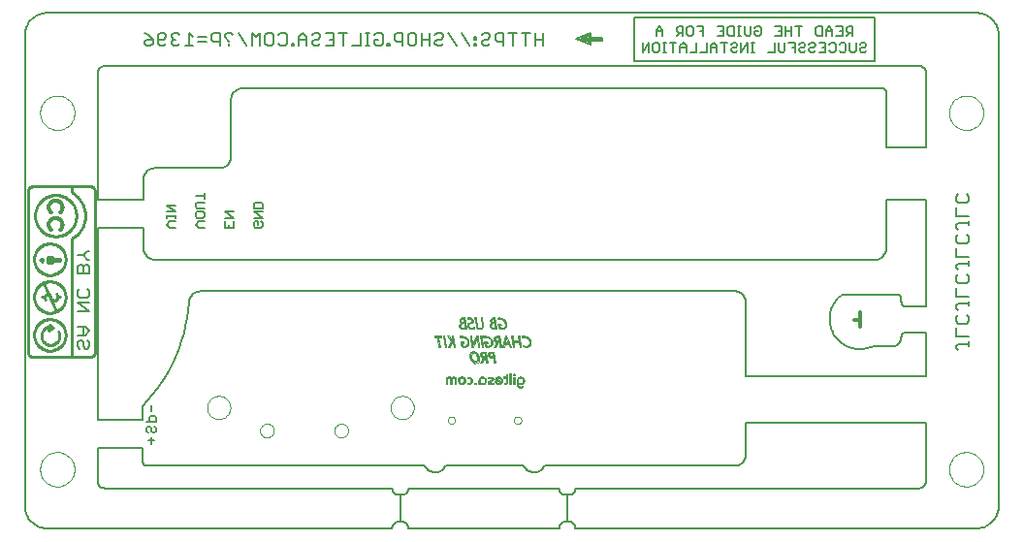
<source format=gbo>
G75*
G70*
%OFA0B0*%
%FSLAX24Y24*%
%IPPOS*%
%LPD*%
%AMOC8*
5,1,8,0,0,1.08239X$1,22.5*
%
%ADD10C,0.0050*%
%ADD11C,0.0080*%
%ADD12C,0.0060*%
%ADD13C,0.0000*%
%ADD14C,0.0120*%
%ADD15C,0.0100*%
%ADD16C,0.0020*%
%ADD17C,0.0030*%
%ADD18C,0.0040*%
D10*
X001677Y000927D02*
X013545Y000927D01*
X013545Y000955D01*
X013549Y000983D01*
X013556Y001010D01*
X013567Y001036D01*
X013581Y001060D01*
X013598Y001082D01*
X013618Y001102D01*
X013640Y001119D01*
X013664Y001133D01*
X013690Y001144D01*
X013717Y001151D01*
X013745Y001155D01*
X013895Y001155D01*
X013820Y001155D02*
X013820Y002077D01*
X013895Y002077D02*
X013745Y002077D01*
X013717Y002081D01*
X013690Y002088D01*
X013664Y002099D01*
X013640Y002113D01*
X013618Y002130D01*
X013598Y002150D01*
X013581Y002172D01*
X013567Y002196D01*
X013556Y002222D01*
X013549Y002249D01*
X013545Y002277D01*
X013545Y002305D01*
X003677Y002305D01*
X003648Y002305D01*
X003620Y002309D01*
X003593Y002316D01*
X003566Y002326D01*
X003541Y002339D01*
X003517Y002355D01*
X003496Y002374D01*
X003477Y002396D01*
X003461Y002419D01*
X003448Y002444D01*
X003438Y002471D01*
X003431Y002499D01*
X003427Y002527D01*
X003427Y003683D01*
X004960Y003683D01*
X004960Y003277D01*
X004958Y003252D01*
X004960Y003227D01*
X004965Y003202D01*
X004974Y003178D01*
X004986Y003156D01*
X005001Y003136D01*
X005019Y003118D01*
X005039Y003103D01*
X005062Y003091D01*
X005085Y003082D01*
X005110Y003077D01*
X014650Y003077D01*
X014670Y003043D01*
X014693Y003011D01*
X014719Y002981D01*
X014748Y002954D01*
X014779Y002930D01*
X014812Y002908D01*
X014847Y002890D01*
X014884Y002876D01*
X014922Y002865D01*
X014961Y002857D01*
X015000Y002853D01*
X015040Y002853D01*
X015079Y002857D01*
X015118Y002865D01*
X015156Y002876D01*
X015193Y002890D01*
X015228Y002908D01*
X015261Y002930D01*
X015292Y002954D01*
X015321Y002981D01*
X015347Y003011D01*
X015370Y003043D01*
X015390Y003077D01*
X018050Y003077D01*
X018070Y003043D01*
X018093Y003011D01*
X018119Y002981D01*
X018148Y002954D01*
X018179Y002930D01*
X018212Y002908D01*
X018247Y002890D01*
X018284Y002876D01*
X018322Y002865D01*
X018361Y002857D01*
X018400Y002853D01*
X018440Y002853D01*
X018479Y002857D01*
X018518Y002865D01*
X018556Y002876D01*
X018593Y002890D01*
X018628Y002908D01*
X018661Y002930D01*
X018692Y002954D01*
X018721Y002981D01*
X018747Y003011D01*
X018770Y003043D01*
X018790Y003077D01*
X025310Y003077D01*
X025349Y003079D01*
X025388Y003085D01*
X025426Y003094D01*
X025463Y003107D01*
X025499Y003124D01*
X025532Y003144D01*
X025564Y003168D01*
X025593Y003194D01*
X025619Y003223D01*
X025643Y003255D01*
X025663Y003288D01*
X025680Y003324D01*
X025693Y003361D01*
X025702Y003399D01*
X025708Y003438D01*
X025710Y003477D01*
X025710Y004570D01*
X031892Y004570D01*
X031892Y002555D01*
X031890Y002525D01*
X031885Y002495D01*
X031876Y002466D01*
X031863Y002439D01*
X031848Y002413D01*
X031829Y002389D01*
X031808Y002368D01*
X031784Y002349D01*
X031758Y002334D01*
X031731Y002321D01*
X031702Y002312D01*
X031672Y002307D01*
X031642Y002305D01*
X019837Y002305D01*
X019838Y002305D02*
X019837Y002277D01*
X019833Y002249D01*
X019826Y002222D01*
X019814Y002196D01*
X019800Y002171D01*
X019782Y002149D01*
X019762Y002129D01*
X019739Y002112D01*
X019714Y002098D01*
X019688Y002088D01*
X019661Y002081D01*
X019632Y002077D01*
X019482Y002077D01*
X019557Y002077D02*
X019557Y001155D01*
X019482Y001155D02*
X019632Y001155D01*
X019632Y001156D02*
X019661Y001152D01*
X019688Y001145D01*
X019714Y001135D01*
X019739Y001121D01*
X019762Y001104D01*
X019782Y001084D01*
X019800Y001062D01*
X019814Y001037D01*
X019826Y001011D01*
X019833Y000984D01*
X019837Y000956D01*
X019838Y000928D01*
X019837Y000927D02*
X033631Y000927D01*
X033630Y000927D02*
X033684Y000929D01*
X033738Y000934D01*
X033791Y000943D01*
X033844Y000956D01*
X033895Y000973D01*
X033945Y000993D01*
X033993Y001017D01*
X034040Y001044D01*
X034085Y001075D01*
X034127Y001108D01*
X034167Y001145D01*
X034204Y001184D01*
X034238Y001226D01*
X034269Y001270D01*
X034297Y001316D01*
X034321Y001364D01*
X034342Y001414D01*
X034360Y001465D01*
X034374Y001517D01*
X034384Y001570D01*
X034390Y001624D01*
X034392Y001677D01*
X034392Y017896D01*
X034392Y017895D02*
X034390Y017949D01*
X034383Y018003D01*
X034373Y018056D01*
X034360Y018108D01*
X034342Y018159D01*
X034321Y018209D01*
X034297Y018257D01*
X034269Y018303D01*
X034237Y018347D01*
X034203Y018388D01*
X034166Y018427D01*
X034126Y018464D01*
X034084Y018497D01*
X034040Y018528D01*
X033993Y018555D01*
X033945Y018578D01*
X033895Y018599D01*
X033843Y018615D01*
X033791Y018628D01*
X033738Y018637D01*
X033684Y018643D01*
X033631Y018644D01*
X001677Y018644D01*
X001624Y018642D01*
X001570Y018637D01*
X001518Y018627D01*
X001466Y018614D01*
X001415Y018597D01*
X001366Y018577D01*
X001318Y018553D01*
X001272Y018526D01*
X001228Y018495D01*
X001186Y018462D01*
X001147Y018425D01*
X001111Y018386D01*
X001077Y018345D01*
X001046Y018301D01*
X001019Y018255D01*
X000995Y018207D01*
X000975Y018158D01*
X000958Y018107D01*
X000944Y018055D01*
X000935Y018003D01*
X000929Y017949D01*
X000927Y017896D01*
X000927Y001677D01*
X000929Y001623D01*
X000935Y001570D01*
X000944Y001518D01*
X000957Y001466D01*
X000974Y001415D01*
X000995Y001365D01*
X001019Y001318D01*
X001046Y001272D01*
X001077Y001228D01*
X001110Y001186D01*
X001147Y001147D01*
X001186Y001110D01*
X001228Y001077D01*
X001272Y001046D01*
X001318Y001019D01*
X001365Y000995D01*
X001415Y000974D01*
X001466Y000957D01*
X001518Y000944D01*
X001570Y000935D01*
X001623Y000929D01*
X001677Y000927D01*
X003427Y004671D02*
X004960Y004671D01*
X004960Y005127D01*
X003427Y004671D02*
X003427Y011245D01*
X004994Y011245D01*
X004994Y010564D01*
X004996Y010525D01*
X005002Y010486D01*
X005011Y010448D01*
X005024Y010411D01*
X005041Y010375D01*
X005061Y010342D01*
X005085Y010310D01*
X005111Y010281D01*
X005140Y010255D01*
X005172Y010231D01*
X005205Y010211D01*
X005241Y010194D01*
X005278Y010181D01*
X005316Y010172D01*
X005355Y010166D01*
X005394Y010164D01*
X030138Y010164D01*
X030177Y010166D01*
X030216Y010172D01*
X030254Y010181D01*
X030291Y010194D01*
X030327Y010211D01*
X030360Y010231D01*
X030392Y010255D01*
X030421Y010281D01*
X030447Y010310D01*
X030471Y010342D01*
X030491Y010375D01*
X030508Y010411D01*
X030521Y010448D01*
X030530Y010486D01*
X030536Y010525D01*
X030538Y010564D01*
X030538Y012220D01*
X031892Y012220D01*
X031892Y008560D01*
X031192Y008560D01*
X031169Y008564D01*
X031147Y008571D01*
X031126Y008581D01*
X031107Y008594D01*
X031090Y008610D01*
X031076Y008628D01*
X031064Y008648D01*
X031055Y008669D01*
X031049Y008691D01*
X031046Y008714D01*
X031047Y008737D01*
X031046Y008738D02*
X031046Y008800D01*
X031046Y008823D01*
X031042Y008846D01*
X031036Y008868D01*
X031026Y008889D01*
X031014Y008908D01*
X030999Y008925D01*
X030981Y008940D01*
X030962Y008953D01*
X030941Y008962D01*
X030919Y008968D01*
X030896Y008972D01*
X029019Y008972D01*
X028969Y008934D01*
X028921Y008893D01*
X028876Y008849D01*
X028834Y008803D01*
X028794Y008754D01*
X028758Y008702D01*
X028725Y008649D01*
X028695Y008594D01*
X028668Y008537D01*
X028645Y008478D01*
X028626Y008418D01*
X028610Y008357D01*
X028598Y008296D01*
X028589Y008233D01*
X028585Y008170D01*
X028584Y008108D01*
X028587Y008045D01*
X028594Y007982D01*
X028605Y007920D01*
X028619Y007859D01*
X028637Y007799D01*
X028659Y007740D01*
X028684Y007682D01*
X028713Y007626D01*
X028745Y007572D01*
X028780Y007520D01*
X028818Y007470D01*
X028859Y007422D01*
X028904Y007377D01*
X028950Y007335D01*
X028999Y007296D01*
X029051Y007260D01*
X029104Y007227D01*
X029160Y007197D01*
X029217Y007171D01*
X029275Y007148D01*
X029335Y007129D01*
X029396Y007113D01*
X029458Y007101D01*
X029520Y007093D01*
X029583Y007089D01*
X029646Y007088D01*
X029709Y007092D01*
X029771Y007099D01*
X029833Y007110D01*
X029895Y007124D01*
X029955Y007142D01*
X030014Y007164D01*
X030071Y007190D01*
X030731Y007190D01*
X030764Y007192D01*
X030797Y007198D01*
X030829Y007207D01*
X030860Y007219D01*
X030890Y007234D01*
X030918Y007253D01*
X030943Y007274D01*
X030966Y007298D01*
X030987Y007324D01*
X031005Y007352D01*
X031020Y007382D01*
X031031Y007413D01*
X031040Y007445D01*
X031045Y007478D01*
X031046Y007511D01*
X031047Y007511D02*
X031050Y007534D01*
X031057Y007556D01*
X031067Y007577D01*
X031080Y007597D01*
X031095Y007614D01*
X031113Y007629D01*
X031133Y007641D01*
X031154Y007651D01*
X031177Y007657D01*
X031200Y007660D01*
X031223Y007659D01*
X031223Y007660D02*
X031892Y007660D01*
X031892Y006158D01*
X025710Y006158D01*
X025710Y008677D01*
X025708Y008716D01*
X025702Y008755D01*
X025693Y008793D01*
X025680Y008830D01*
X025663Y008866D01*
X025643Y008899D01*
X025619Y008931D01*
X025593Y008960D01*
X025564Y008986D01*
X025532Y009010D01*
X025499Y009030D01*
X025463Y009047D01*
X025426Y009060D01*
X025388Y009069D01*
X025349Y009075D01*
X025310Y009077D01*
X006960Y009077D01*
X006921Y009075D01*
X006882Y009069D01*
X006844Y009060D01*
X006807Y009047D01*
X006771Y009030D01*
X006738Y009010D01*
X006706Y008986D01*
X006677Y008960D01*
X006651Y008931D01*
X006627Y008899D01*
X006607Y008866D01*
X006590Y008830D01*
X006577Y008793D01*
X006568Y008755D01*
X006562Y008716D01*
X006560Y008677D01*
X006884Y011271D02*
X006781Y011374D01*
X006884Y011477D01*
X007091Y011477D01*
X007039Y011602D02*
X006832Y011602D01*
X006781Y011654D01*
X006781Y011757D01*
X006832Y011809D01*
X007039Y011809D01*
X007091Y011757D01*
X007091Y011654D01*
X007039Y011602D01*
X007091Y011933D02*
X006832Y011933D01*
X006781Y011985D01*
X006781Y012089D01*
X006832Y012140D01*
X007091Y012140D01*
X007091Y012265D02*
X007091Y012472D01*
X007091Y012368D02*
X006781Y012368D01*
X006091Y012030D02*
X005781Y012030D01*
X006091Y011823D01*
X005781Y011823D01*
X005781Y011705D02*
X005781Y011602D01*
X005781Y011654D02*
X006091Y011654D01*
X006091Y011705D02*
X006091Y011602D01*
X006091Y011477D02*
X005884Y011477D01*
X005781Y011374D01*
X005884Y011271D01*
X006091Y011271D01*
X006884Y011271D02*
X007091Y011271D01*
X007781Y011271D02*
X007781Y011477D01*
X007781Y011602D02*
X008091Y011602D01*
X007781Y011809D01*
X008091Y011809D01*
X008091Y011477D02*
X008091Y011271D01*
X007781Y011271D01*
X007936Y011271D02*
X007936Y011374D01*
X008781Y011322D02*
X008781Y011426D01*
X008832Y011477D01*
X008936Y011477D01*
X008936Y011374D01*
X009039Y011477D02*
X009091Y011426D01*
X009091Y011322D01*
X009039Y011271D01*
X008832Y011271D01*
X008781Y011322D01*
X008781Y011602D02*
X009091Y011602D01*
X008781Y011809D01*
X009091Y011809D01*
X009091Y011933D02*
X009091Y012089D01*
X009039Y012140D01*
X008832Y012140D01*
X008781Y012089D01*
X008781Y011933D01*
X009091Y011933D01*
X007610Y013314D02*
X005394Y013314D01*
X005355Y013312D01*
X005316Y013306D01*
X005278Y013297D01*
X005241Y013284D01*
X005205Y013267D01*
X005172Y013247D01*
X005140Y013223D01*
X005111Y013197D01*
X005085Y013168D01*
X005061Y013136D01*
X005041Y013103D01*
X005024Y013067D01*
X005011Y013030D01*
X005002Y012992D01*
X004996Y012953D01*
X004994Y012914D01*
X004994Y012233D01*
X003427Y012233D01*
X003427Y016586D01*
X003429Y016616D01*
X003434Y016646D01*
X003443Y016675D01*
X003456Y016702D01*
X003471Y016728D01*
X003490Y016752D01*
X003511Y016773D01*
X003535Y016792D01*
X003561Y016807D01*
X003588Y016820D01*
X003617Y016829D01*
X003647Y016834D01*
X003677Y016836D01*
X031642Y016836D01*
X031672Y016834D01*
X031702Y016829D01*
X031731Y016820D01*
X031758Y016807D01*
X031784Y016792D01*
X031808Y016773D01*
X031829Y016752D01*
X031848Y016728D01*
X031863Y016702D01*
X031876Y016675D01*
X031885Y016646D01*
X031890Y016616D01*
X031892Y016586D01*
X031892Y014008D01*
X030538Y014008D01*
X030538Y015914D01*
X030536Y015937D01*
X030531Y015960D01*
X030522Y015982D01*
X030509Y016002D01*
X030494Y016020D01*
X030476Y016035D01*
X030456Y016048D01*
X030434Y016057D01*
X030411Y016062D01*
X030388Y016064D01*
X008410Y016064D01*
X008371Y016062D01*
X008332Y016056D01*
X008294Y016047D01*
X008257Y016034D01*
X008221Y016017D01*
X008188Y015997D01*
X008156Y015973D01*
X008127Y015947D01*
X008101Y015918D01*
X008077Y015886D01*
X008057Y015853D01*
X008040Y015817D01*
X008027Y015780D01*
X008018Y015742D01*
X008012Y015703D01*
X008010Y015664D01*
X008010Y013714D01*
X008008Y013675D01*
X008002Y013636D01*
X007993Y013598D01*
X007980Y013561D01*
X007963Y013525D01*
X007943Y013492D01*
X007919Y013460D01*
X007893Y013431D01*
X007864Y013405D01*
X007832Y013381D01*
X007799Y013361D01*
X007763Y013344D01*
X007726Y013331D01*
X007688Y013322D01*
X007649Y013316D01*
X007610Y013314D01*
X006560Y008677D02*
X006534Y008413D01*
X006496Y008151D01*
X006446Y007891D01*
X006384Y007633D01*
X006310Y007379D01*
X006224Y007129D01*
X006126Y006882D01*
X006017Y006641D01*
X005897Y006404D01*
X005767Y006174D01*
X005625Y005950D01*
X005473Y005733D01*
X005312Y005523D01*
X005141Y005321D01*
X004960Y005127D01*
X013895Y002077D02*
X013923Y002081D01*
X013950Y002088D01*
X013976Y002099D01*
X014000Y002113D01*
X014022Y002130D01*
X014042Y002150D01*
X014059Y002172D01*
X014073Y002196D01*
X014084Y002222D01*
X014091Y002249D01*
X014095Y002277D01*
X014095Y002305D01*
X019282Y002305D01*
X019282Y002277D01*
X019286Y002249D01*
X019293Y002222D01*
X019304Y002196D01*
X019318Y002172D01*
X019335Y002150D01*
X019355Y002130D01*
X019377Y002113D01*
X019401Y002099D01*
X019427Y002088D01*
X019454Y002081D01*
X019482Y002077D01*
X019482Y001155D02*
X019454Y001151D01*
X019427Y001144D01*
X019401Y001133D01*
X019377Y001119D01*
X019355Y001102D01*
X019335Y001082D01*
X019318Y001060D01*
X019304Y001036D01*
X019293Y001010D01*
X019286Y000983D01*
X019282Y000955D01*
X019282Y000927D01*
X014095Y000927D01*
X014095Y000955D01*
X014091Y000983D01*
X014084Y001010D01*
X014073Y001036D01*
X014059Y001060D01*
X014042Y001082D01*
X014022Y001102D01*
X014000Y001119D01*
X013976Y001133D01*
X013950Y001144D01*
X013923Y001151D01*
X013895Y001155D01*
X015930Y005895D02*
X015865Y005922D01*
X015832Y005985D01*
X015837Y006057D01*
X015880Y006107D01*
X015902Y006122D01*
X015965Y006122D01*
X016017Y006087D01*
X016040Y006042D01*
X016040Y005982D01*
X016020Y005945D01*
X015997Y005917D01*
X015965Y005902D01*
X032917Y007123D02*
X032917Y007198D01*
X032992Y007274D01*
X033367Y007274D01*
X033367Y007349D02*
X033367Y007198D01*
X032992Y007048D02*
X032917Y007123D01*
X032917Y007509D02*
X032917Y007809D01*
X032992Y007969D02*
X032917Y008044D01*
X032917Y008194D01*
X032992Y008269D01*
X032992Y008429D02*
X032917Y008505D01*
X032917Y008580D01*
X032992Y008655D01*
X033367Y008655D01*
X033367Y008580D02*
X033367Y008730D01*
X033367Y008890D02*
X032917Y008890D01*
X032917Y009190D01*
X032992Y009350D02*
X032917Y009425D01*
X032917Y009575D01*
X032992Y009651D01*
X032992Y009811D02*
X032917Y009886D01*
X032917Y009961D01*
X032992Y010036D01*
X033367Y010036D01*
X033367Y009961D02*
X033367Y010111D01*
X033367Y010271D02*
X032917Y010271D01*
X032917Y010571D01*
X032992Y010731D02*
X032917Y010807D01*
X032917Y010957D01*
X032992Y011032D01*
X032992Y011192D02*
X032917Y011267D01*
X032917Y011342D01*
X032992Y011417D01*
X033367Y011417D01*
X033367Y011342D02*
X033367Y011492D01*
X033367Y011652D02*
X032917Y011652D01*
X032917Y011952D01*
X032992Y012113D02*
X032917Y012188D01*
X032917Y012338D01*
X032992Y012413D01*
X033292Y012413D02*
X033367Y012338D01*
X033367Y012188D01*
X033292Y012113D01*
X032992Y012113D01*
X033292Y011032D02*
X033367Y010957D01*
X033367Y010807D01*
X033292Y010731D01*
X032992Y010731D01*
X033292Y009651D02*
X033367Y009575D01*
X033367Y009425D01*
X033292Y009350D01*
X032992Y009350D01*
X033292Y008269D02*
X033367Y008194D01*
X033367Y008044D01*
X033292Y007969D01*
X032992Y007969D01*
X032917Y007509D02*
X033367Y007509D01*
D11*
X030121Y016990D02*
X021871Y016990D01*
X021871Y018490D01*
X030121Y018490D01*
X030121Y016990D01*
X020765Y017691D02*
X020765Y017791D01*
X020365Y017791D01*
X020365Y017741D01*
X020365Y017691D01*
X020765Y017691D01*
X020765Y017741D02*
X020365Y017741D01*
X020365Y017691D02*
X020365Y017541D01*
X019865Y017741D01*
X020365Y017941D01*
X020365Y017791D01*
X020265Y017791D02*
X020165Y017791D01*
X020265Y017791D02*
X020265Y017691D01*
X020065Y017791D01*
X020315Y017891D01*
X020315Y017641D01*
X020015Y017741D01*
X018745Y017740D02*
X018465Y017740D01*
X018465Y017950D02*
X018465Y017530D01*
X018745Y017530D02*
X018745Y017950D01*
X018284Y017950D02*
X018004Y017950D01*
X018144Y017950D02*
X018144Y017530D01*
X017684Y017530D02*
X017684Y017950D01*
X017824Y017950D02*
X017544Y017950D01*
X017364Y017950D02*
X017154Y017950D01*
X017083Y017880D01*
X017083Y017740D01*
X017154Y017670D01*
X017364Y017670D01*
X017364Y017530D02*
X017364Y017950D01*
X016903Y017880D02*
X016903Y017810D01*
X016833Y017740D01*
X016693Y017740D01*
X016623Y017670D01*
X016623Y017600D01*
X016693Y017530D01*
X016833Y017530D01*
X016903Y017600D01*
X016443Y017600D02*
X016443Y017530D01*
X016373Y017530D01*
X016373Y017600D01*
X016443Y017600D01*
X016443Y017740D02*
X016443Y017810D01*
X016373Y017810D01*
X016373Y017740D01*
X016443Y017740D01*
X016623Y017880D02*
X016693Y017950D01*
X016833Y017950D01*
X016903Y017880D01*
X016213Y017530D02*
X015932Y017950D01*
X015752Y017530D02*
X015472Y017950D01*
X015292Y017880D02*
X015292Y017810D01*
X015222Y017740D01*
X015082Y017740D01*
X015012Y017670D01*
X015012Y017600D01*
X015082Y017530D01*
X015222Y017530D01*
X015292Y017600D01*
X014832Y017530D02*
X014832Y017950D01*
X015012Y017880D02*
X015082Y017950D01*
X015222Y017950D01*
X015292Y017880D01*
X014832Y017740D02*
X014551Y017740D01*
X014551Y017950D02*
X014551Y017530D01*
X014371Y017600D02*
X014301Y017530D01*
X014161Y017530D01*
X014091Y017600D01*
X014091Y017880D01*
X014161Y017950D01*
X014301Y017950D01*
X014371Y017880D01*
X014371Y017600D01*
X013911Y017530D02*
X013911Y017950D01*
X013701Y017950D01*
X013631Y017880D01*
X013631Y017740D01*
X013701Y017670D01*
X013911Y017670D01*
X013450Y017600D02*
X013380Y017600D01*
X013380Y017530D01*
X013450Y017530D01*
X013450Y017600D01*
X013220Y017600D02*
X013150Y017530D01*
X013010Y017530D01*
X012940Y017600D01*
X012940Y017740D01*
X013080Y017740D01*
X013220Y017880D02*
X013220Y017600D01*
X012760Y017530D02*
X012620Y017530D01*
X012690Y017530D02*
X012690Y017950D01*
X012760Y017950D02*
X012620Y017950D01*
X012453Y017950D02*
X012453Y017530D01*
X012173Y017530D01*
X011852Y017530D02*
X011852Y017950D01*
X011992Y017950D02*
X011712Y017950D01*
X011532Y017950D02*
X011532Y017530D01*
X011252Y017530D01*
X011072Y017600D02*
X011002Y017530D01*
X010861Y017530D01*
X010791Y017600D01*
X010791Y017670D01*
X010861Y017740D01*
X011002Y017740D01*
X011072Y017810D01*
X011072Y017880D01*
X011002Y017950D01*
X010861Y017950D01*
X010791Y017880D01*
X010611Y017810D02*
X010471Y017950D01*
X010331Y017810D01*
X010331Y017530D01*
X010151Y017530D02*
X010081Y017530D01*
X010081Y017600D01*
X010151Y017600D01*
X010151Y017530D01*
X009921Y017600D02*
X009851Y017530D01*
X009711Y017530D01*
X009640Y017600D01*
X009460Y017600D02*
X009390Y017530D01*
X009250Y017530D01*
X009180Y017600D01*
X009180Y017880D01*
X009250Y017950D01*
X009390Y017950D01*
X009460Y017880D01*
X009460Y017600D01*
X009000Y017530D02*
X009000Y017950D01*
X008860Y017810D01*
X008720Y017950D01*
X008720Y017530D01*
X008540Y017530D02*
X008259Y017950D01*
X008079Y017880D02*
X008009Y017950D01*
X007869Y017950D01*
X007799Y017880D01*
X007799Y017810D01*
X007939Y017670D01*
X007939Y017600D02*
X007939Y017530D01*
X007619Y017530D02*
X007619Y017950D01*
X007409Y017950D01*
X007338Y017880D01*
X007338Y017740D01*
X007409Y017670D01*
X007619Y017670D01*
X007158Y017670D02*
X006878Y017670D01*
X006878Y017810D02*
X007158Y017810D01*
X006698Y017810D02*
X006558Y017950D01*
X006558Y017530D01*
X006698Y017530D02*
X006418Y017530D01*
X006238Y017600D02*
X006167Y017530D01*
X006027Y017530D01*
X005957Y017600D01*
X005957Y017670D01*
X006027Y017740D01*
X006097Y017740D01*
X006027Y017740D02*
X005957Y017810D01*
X005957Y017880D01*
X006027Y017950D01*
X006167Y017950D01*
X006238Y017880D01*
X005777Y017880D02*
X005777Y017810D01*
X005707Y017740D01*
X005497Y017740D01*
X005497Y017600D02*
X005497Y017880D01*
X005567Y017950D01*
X005707Y017950D01*
X005777Y017880D01*
X005317Y017740D02*
X005107Y017740D01*
X005037Y017670D01*
X005037Y017600D01*
X005107Y017530D01*
X005247Y017530D01*
X005317Y017600D01*
X005317Y017740D01*
X005177Y017880D01*
X005037Y017950D01*
X005497Y017600D02*
X005567Y017530D01*
X005707Y017530D01*
X005777Y017600D01*
X009640Y017880D02*
X009711Y017950D01*
X009851Y017950D01*
X009921Y017880D01*
X009921Y017600D01*
X010331Y017740D02*
X010611Y017740D01*
X010611Y017810D02*
X010611Y017530D01*
X011252Y017950D02*
X011532Y017950D01*
X011532Y017740D02*
X011392Y017740D01*
X012940Y017880D02*
X013010Y017950D01*
X013150Y017950D01*
X013220Y017880D01*
X003138Y010448D02*
X003068Y010448D01*
X002928Y010308D01*
X002717Y010308D01*
X002928Y010308D02*
X003068Y010167D01*
X003138Y010167D01*
X003068Y009987D02*
X002998Y009987D01*
X002928Y009917D01*
X002928Y009707D01*
X003138Y009707D02*
X003138Y009917D01*
X003068Y009987D01*
X002928Y009917D02*
X002858Y009987D01*
X002787Y009987D01*
X002717Y009917D01*
X002717Y009707D01*
X003138Y009707D01*
X003068Y009148D02*
X003138Y009078D01*
X003138Y008937D01*
X003068Y008867D01*
X002787Y008867D01*
X002717Y008937D01*
X002717Y009078D01*
X002787Y009148D01*
X002717Y008687D02*
X003138Y008687D01*
X003138Y008407D02*
X002717Y008687D01*
X002717Y008407D02*
X003138Y008407D01*
X002998Y007848D02*
X002717Y007848D01*
X002928Y007848D02*
X002928Y007567D01*
X002998Y007567D02*
X003138Y007708D01*
X002998Y007848D01*
X002998Y007567D02*
X002717Y007567D01*
X002787Y007387D02*
X002717Y007317D01*
X002717Y007177D01*
X002787Y007107D01*
X002928Y007177D02*
X002928Y007317D01*
X002858Y007387D01*
X002787Y007387D01*
X002928Y007177D02*
X002998Y007107D01*
X003068Y007107D01*
X003138Y007177D01*
X003138Y007317D01*
X003068Y007387D01*
D12*
X005267Y005171D02*
X005267Y004944D01*
X005267Y004803D02*
X005210Y004746D01*
X005210Y004576D01*
X005097Y004576D02*
X005437Y004576D01*
X005437Y004746D01*
X005380Y004803D01*
X005267Y004803D01*
X005210Y004434D02*
X005153Y004434D01*
X005097Y004378D01*
X005097Y004264D01*
X005153Y004208D01*
X005267Y004264D02*
X005267Y004378D01*
X005210Y004434D01*
X005380Y004434D02*
X005437Y004378D01*
X005437Y004264D01*
X005380Y004208D01*
X005324Y004208D01*
X005267Y004264D01*
X005267Y004066D02*
X005267Y003839D01*
X005380Y003953D02*
X005153Y003953D01*
X016247Y006807D02*
X016237Y006887D01*
X016257Y006947D01*
X016307Y006987D01*
X016377Y006987D01*
X016437Y006947D01*
X016477Y006887D01*
X016507Y006807D01*
X016507Y006727D01*
X016487Y006677D01*
X016447Y006647D01*
X016367Y006637D01*
X016347Y006657D02*
X016317Y006677D01*
X016277Y006727D01*
X016247Y006807D01*
X022162Y017307D02*
X022162Y017627D01*
X022376Y017627D02*
X022162Y017307D01*
X022376Y017307D02*
X022376Y017627D01*
X022512Y017574D02*
X022566Y017627D01*
X022672Y017627D01*
X022726Y017574D01*
X022726Y017361D01*
X022672Y017307D01*
X022566Y017307D01*
X022512Y017361D01*
X022512Y017574D01*
X022852Y017627D02*
X022959Y017627D01*
X022906Y017627D02*
X022906Y017307D01*
X022959Y017307D02*
X022852Y017307D01*
X023202Y017307D02*
X023202Y017627D01*
X023309Y017627D02*
X023095Y017627D01*
X023329Y017857D02*
X023435Y017964D01*
X023382Y017964D02*
X023542Y017964D01*
X023542Y017857D02*
X023542Y018177D01*
X023382Y018177D01*
X023329Y018124D01*
X023329Y018017D01*
X023382Y017964D01*
X023679Y017911D02*
X023679Y018124D01*
X023732Y018177D01*
X023839Y018177D01*
X023892Y018124D01*
X023892Y017911D01*
X023839Y017857D01*
X023732Y017857D01*
X023679Y017911D01*
X023552Y017627D02*
X023445Y017521D01*
X023445Y017307D01*
X023445Y017467D02*
X023659Y017467D01*
X023659Y017521D02*
X023552Y017627D01*
X023659Y017521D02*
X023659Y017307D01*
X023795Y017307D02*
X024009Y017307D01*
X024009Y017627D01*
X024242Y017857D02*
X024242Y018177D01*
X024028Y018177D01*
X024135Y018017D02*
X024242Y018017D01*
X024359Y017627D02*
X024359Y017307D01*
X024145Y017307D01*
X024495Y017307D02*
X024495Y017521D01*
X024602Y017627D01*
X024709Y017521D01*
X024709Y017307D01*
X024709Y017467D02*
X024495Y017467D01*
X024845Y017627D02*
X025058Y017627D01*
X024952Y017627D02*
X024952Y017307D01*
X025195Y017361D02*
X025248Y017307D01*
X025355Y017307D01*
X025408Y017361D01*
X025355Y017467D02*
X025248Y017467D01*
X025195Y017414D01*
X025195Y017361D01*
X025355Y017467D02*
X025408Y017521D01*
X025408Y017574D01*
X025355Y017627D01*
X025248Y017627D01*
X025195Y017574D01*
X025545Y017627D02*
X025545Y017307D01*
X025758Y017627D01*
X025758Y017307D01*
X025885Y017307D02*
X025991Y017307D01*
X025938Y017307D02*
X025938Y017627D01*
X025991Y017627D02*
X025885Y017627D01*
X025821Y017857D02*
X025715Y017857D01*
X025661Y017911D01*
X025661Y018177D01*
X025525Y018177D02*
X025418Y018177D01*
X025472Y018177D02*
X025472Y017857D01*
X025525Y017857D02*
X025418Y017857D01*
X025292Y017857D02*
X025132Y017857D01*
X025078Y017911D01*
X025078Y018124D01*
X025132Y018177D01*
X025292Y018177D01*
X025292Y017857D01*
X024942Y017857D02*
X024942Y018177D01*
X024728Y018177D01*
X024835Y018017D02*
X024942Y018017D01*
X024942Y017857D02*
X024728Y017857D01*
X025821Y017857D02*
X025875Y017911D01*
X025875Y018177D01*
X026011Y018124D02*
X026065Y018177D01*
X026171Y018177D01*
X026225Y018124D01*
X026225Y017911D01*
X026171Y017857D01*
X026065Y017857D01*
X026011Y017911D01*
X026011Y018017D01*
X026118Y018017D01*
X026711Y017857D02*
X026925Y017857D01*
X026925Y018177D01*
X026711Y018177D01*
X026818Y018017D02*
X026925Y018017D01*
X027061Y018017D02*
X027274Y018017D01*
X027274Y017857D02*
X027274Y018177D01*
X027411Y018177D02*
X027624Y018177D01*
X027518Y018177D02*
X027518Y017857D01*
X027581Y017627D02*
X027688Y017627D01*
X027741Y017574D01*
X027741Y017521D01*
X027688Y017467D01*
X027581Y017467D01*
X027527Y017414D01*
X027527Y017361D01*
X027581Y017307D01*
X027688Y017307D01*
X027741Y017361D01*
X027877Y017361D02*
X027931Y017307D01*
X028037Y017307D01*
X028091Y017361D01*
X028037Y017467D02*
X027931Y017467D01*
X027877Y017414D01*
X027877Y017361D01*
X028037Y017467D02*
X028091Y017521D01*
X028091Y017574D01*
X028037Y017627D01*
X027931Y017627D01*
X027877Y017574D01*
X027581Y017627D02*
X027527Y017574D01*
X027391Y017627D02*
X027178Y017627D01*
X027041Y017627D02*
X027041Y017361D01*
X026988Y017307D01*
X026881Y017307D01*
X026828Y017361D01*
X026828Y017627D01*
X026691Y017627D02*
X026691Y017307D01*
X026478Y017307D01*
X027061Y017857D02*
X027061Y018177D01*
X027391Y017627D02*
X027391Y017307D01*
X027391Y017467D02*
X027284Y017467D01*
X028111Y017911D02*
X028111Y018124D01*
X028164Y018177D01*
X028324Y018177D01*
X028324Y017857D01*
X028164Y017857D01*
X028111Y017911D01*
X028227Y017627D02*
X028441Y017627D01*
X028441Y017307D01*
X028227Y017307D01*
X028334Y017467D02*
X028441Y017467D01*
X028577Y017361D02*
X028631Y017307D01*
X028737Y017307D01*
X028791Y017361D01*
X028791Y017574D01*
X028737Y017627D01*
X028631Y017627D01*
X028577Y017574D01*
X028927Y017574D02*
X028980Y017627D01*
X029087Y017627D01*
X029141Y017574D01*
X029141Y017361D01*
X029087Y017307D01*
X028980Y017307D01*
X028927Y017361D01*
X029277Y017361D02*
X029277Y017627D01*
X029490Y017627D02*
X029490Y017361D01*
X029437Y017307D01*
X029330Y017307D01*
X029277Y017361D01*
X029627Y017361D02*
X029680Y017307D01*
X029787Y017307D01*
X029840Y017361D01*
X029787Y017467D02*
X029680Y017467D01*
X029627Y017414D01*
X029627Y017361D01*
X029787Y017467D02*
X029840Y017521D01*
X029840Y017574D01*
X029787Y017627D01*
X029680Y017627D01*
X029627Y017574D01*
X029374Y017857D02*
X029374Y018177D01*
X029214Y018177D01*
X029160Y018124D01*
X029160Y018017D01*
X029214Y017964D01*
X029374Y017964D01*
X029267Y017964D02*
X029160Y017857D01*
X029024Y017857D02*
X028810Y017857D01*
X028674Y017857D02*
X028674Y018071D01*
X028567Y018177D01*
X028461Y018071D01*
X028461Y017857D01*
X028461Y018017D02*
X028674Y018017D01*
X028810Y018177D02*
X029024Y018177D01*
X029024Y017857D01*
X029024Y018017D02*
X028917Y018017D01*
X022842Y018017D02*
X022629Y018017D01*
X022629Y018071D02*
X022629Y017857D01*
X022842Y017857D02*
X022842Y018071D01*
X022736Y018177D01*
X022629Y018071D01*
D13*
X032687Y015215D02*
X032689Y015263D01*
X032695Y015311D01*
X032705Y015358D01*
X032718Y015404D01*
X032736Y015449D01*
X032756Y015493D01*
X032781Y015535D01*
X032809Y015574D01*
X032839Y015611D01*
X032873Y015645D01*
X032910Y015677D01*
X032948Y015706D01*
X032989Y015731D01*
X033032Y015753D01*
X033077Y015771D01*
X033123Y015785D01*
X033170Y015796D01*
X033218Y015803D01*
X033266Y015806D01*
X033314Y015805D01*
X033362Y015800D01*
X033410Y015791D01*
X033456Y015779D01*
X033501Y015762D01*
X033545Y015742D01*
X033587Y015719D01*
X033627Y015692D01*
X033665Y015662D01*
X033700Y015629D01*
X033732Y015593D01*
X033762Y015555D01*
X033788Y015514D01*
X033810Y015471D01*
X033830Y015427D01*
X033845Y015382D01*
X033857Y015335D01*
X033865Y015287D01*
X033869Y015239D01*
X033869Y015191D01*
X033865Y015143D01*
X033857Y015095D01*
X033845Y015048D01*
X033830Y015003D01*
X033810Y014959D01*
X033788Y014916D01*
X033762Y014875D01*
X033732Y014837D01*
X033700Y014801D01*
X033665Y014768D01*
X033627Y014738D01*
X033587Y014711D01*
X033545Y014688D01*
X033501Y014668D01*
X033456Y014651D01*
X033410Y014639D01*
X033362Y014630D01*
X033314Y014625D01*
X033266Y014624D01*
X033218Y014627D01*
X033170Y014634D01*
X033123Y014645D01*
X033077Y014659D01*
X033032Y014677D01*
X032989Y014699D01*
X032948Y014724D01*
X032910Y014753D01*
X032873Y014785D01*
X032839Y014819D01*
X032809Y014856D01*
X032781Y014895D01*
X032756Y014937D01*
X032736Y014981D01*
X032718Y015026D01*
X032705Y015072D01*
X032695Y015119D01*
X032689Y015167D01*
X032687Y015215D01*
X013487Y005080D02*
X013489Y005120D01*
X013495Y005159D01*
X013505Y005198D01*
X013518Y005235D01*
X013536Y005271D01*
X013557Y005305D01*
X013581Y005337D01*
X013608Y005366D01*
X013638Y005393D01*
X013670Y005416D01*
X013705Y005436D01*
X013741Y005452D01*
X013779Y005465D01*
X013818Y005474D01*
X013857Y005479D01*
X013897Y005480D01*
X013937Y005477D01*
X013976Y005470D01*
X014014Y005459D01*
X014052Y005445D01*
X014087Y005426D01*
X014120Y005405D01*
X014152Y005380D01*
X014180Y005352D01*
X014206Y005322D01*
X014228Y005289D01*
X014247Y005254D01*
X014263Y005217D01*
X014275Y005179D01*
X014283Y005140D01*
X014287Y005100D01*
X014287Y005060D01*
X014283Y005020D01*
X014275Y004981D01*
X014263Y004943D01*
X014247Y004906D01*
X014228Y004871D01*
X014206Y004838D01*
X014180Y004808D01*
X014152Y004780D01*
X014120Y004755D01*
X014087Y004734D01*
X014052Y004715D01*
X014014Y004701D01*
X013976Y004690D01*
X013937Y004683D01*
X013897Y004680D01*
X013857Y004681D01*
X013818Y004686D01*
X013779Y004695D01*
X013741Y004708D01*
X013705Y004724D01*
X013670Y004744D01*
X013638Y004767D01*
X013608Y004794D01*
X013581Y004823D01*
X013557Y004855D01*
X013536Y004889D01*
X013518Y004925D01*
X013505Y004962D01*
X013495Y005001D01*
X013489Y005040D01*
X013487Y005080D01*
X011560Y004288D02*
X011562Y004318D01*
X011568Y004348D01*
X011577Y004377D01*
X011590Y004404D01*
X011607Y004429D01*
X011626Y004452D01*
X011649Y004473D01*
X011674Y004490D01*
X011700Y004504D01*
X011729Y004514D01*
X011758Y004521D01*
X011788Y004524D01*
X011819Y004523D01*
X011849Y004518D01*
X011878Y004509D01*
X011905Y004497D01*
X011931Y004482D01*
X011955Y004463D01*
X011976Y004441D01*
X011994Y004417D01*
X012009Y004390D01*
X012020Y004362D01*
X012028Y004333D01*
X012032Y004303D01*
X012032Y004273D01*
X012028Y004243D01*
X012020Y004214D01*
X012009Y004186D01*
X011994Y004159D01*
X011976Y004135D01*
X011955Y004113D01*
X011931Y004094D01*
X011905Y004079D01*
X011878Y004067D01*
X011849Y004058D01*
X011819Y004053D01*
X011788Y004052D01*
X011758Y004055D01*
X011729Y004062D01*
X011700Y004072D01*
X011674Y004086D01*
X011649Y004103D01*
X011626Y004124D01*
X011607Y004147D01*
X011590Y004172D01*
X011577Y004199D01*
X011568Y004228D01*
X011562Y004258D01*
X011560Y004288D01*
X009001Y004288D02*
X009003Y004318D01*
X009009Y004348D01*
X009018Y004377D01*
X009031Y004404D01*
X009048Y004429D01*
X009067Y004452D01*
X009090Y004473D01*
X009115Y004490D01*
X009141Y004504D01*
X009170Y004514D01*
X009199Y004521D01*
X009229Y004524D01*
X009260Y004523D01*
X009290Y004518D01*
X009319Y004509D01*
X009346Y004497D01*
X009372Y004482D01*
X009396Y004463D01*
X009417Y004441D01*
X009435Y004417D01*
X009450Y004390D01*
X009461Y004362D01*
X009469Y004333D01*
X009473Y004303D01*
X009473Y004273D01*
X009469Y004243D01*
X009461Y004214D01*
X009450Y004186D01*
X009435Y004159D01*
X009417Y004135D01*
X009396Y004113D01*
X009372Y004094D01*
X009346Y004079D01*
X009319Y004067D01*
X009290Y004058D01*
X009260Y004053D01*
X009229Y004052D01*
X009199Y004055D01*
X009170Y004062D01*
X009141Y004072D01*
X009115Y004086D01*
X009090Y004103D01*
X009067Y004124D01*
X009048Y004147D01*
X009031Y004172D01*
X009018Y004199D01*
X009009Y004228D01*
X009003Y004258D01*
X009001Y004288D01*
X007182Y005080D02*
X007184Y005120D01*
X007190Y005159D01*
X007200Y005198D01*
X007213Y005235D01*
X007231Y005271D01*
X007252Y005305D01*
X007276Y005337D01*
X007303Y005366D01*
X007333Y005393D01*
X007365Y005416D01*
X007400Y005436D01*
X007436Y005452D01*
X007474Y005465D01*
X007513Y005474D01*
X007552Y005479D01*
X007592Y005480D01*
X007632Y005477D01*
X007671Y005470D01*
X007709Y005459D01*
X007747Y005445D01*
X007782Y005426D01*
X007815Y005405D01*
X007847Y005380D01*
X007875Y005352D01*
X007901Y005322D01*
X007923Y005289D01*
X007942Y005254D01*
X007958Y005217D01*
X007970Y005179D01*
X007978Y005140D01*
X007982Y005100D01*
X007982Y005060D01*
X007978Y005020D01*
X007970Y004981D01*
X007958Y004943D01*
X007942Y004906D01*
X007923Y004871D01*
X007901Y004838D01*
X007875Y004808D01*
X007847Y004780D01*
X007815Y004755D01*
X007782Y004734D01*
X007747Y004715D01*
X007709Y004701D01*
X007671Y004690D01*
X007632Y004683D01*
X007592Y004680D01*
X007552Y004681D01*
X007513Y004686D01*
X007474Y004695D01*
X007436Y004708D01*
X007400Y004724D01*
X007365Y004744D01*
X007333Y004767D01*
X007303Y004794D01*
X007276Y004823D01*
X007252Y004855D01*
X007231Y004889D01*
X007213Y004925D01*
X007200Y004962D01*
X007190Y005001D01*
X007184Y005040D01*
X007182Y005080D01*
X001440Y002959D02*
X001442Y003007D01*
X001448Y003055D01*
X001458Y003102D01*
X001471Y003148D01*
X001489Y003193D01*
X001509Y003237D01*
X001534Y003279D01*
X001562Y003318D01*
X001592Y003355D01*
X001626Y003389D01*
X001663Y003421D01*
X001701Y003450D01*
X001742Y003475D01*
X001785Y003497D01*
X001830Y003515D01*
X001876Y003529D01*
X001923Y003540D01*
X001971Y003547D01*
X002019Y003550D01*
X002067Y003549D01*
X002115Y003544D01*
X002163Y003535D01*
X002209Y003523D01*
X002254Y003506D01*
X002298Y003486D01*
X002340Y003463D01*
X002380Y003436D01*
X002418Y003406D01*
X002453Y003373D01*
X002485Y003337D01*
X002515Y003299D01*
X002541Y003258D01*
X002563Y003215D01*
X002583Y003171D01*
X002598Y003126D01*
X002610Y003079D01*
X002618Y003031D01*
X002622Y002983D01*
X002622Y002935D01*
X002618Y002887D01*
X002610Y002839D01*
X002598Y002792D01*
X002583Y002747D01*
X002563Y002703D01*
X002541Y002660D01*
X002515Y002619D01*
X002485Y002581D01*
X002453Y002545D01*
X002418Y002512D01*
X002380Y002482D01*
X002340Y002455D01*
X002298Y002432D01*
X002254Y002412D01*
X002209Y002395D01*
X002163Y002383D01*
X002115Y002374D01*
X002067Y002369D01*
X002019Y002368D01*
X001971Y002371D01*
X001923Y002378D01*
X001876Y002389D01*
X001830Y002403D01*
X001785Y002421D01*
X001742Y002443D01*
X001701Y002468D01*
X001663Y002497D01*
X001626Y002529D01*
X001592Y002563D01*
X001562Y002600D01*
X001534Y002639D01*
X001509Y002681D01*
X001489Y002725D01*
X001471Y002770D01*
X001458Y002816D01*
X001448Y002863D01*
X001442Y002911D01*
X001440Y002959D01*
X015454Y004643D02*
X015456Y004665D01*
X015462Y004687D01*
X015471Y004707D01*
X015484Y004725D01*
X015500Y004741D01*
X015518Y004754D01*
X015538Y004763D01*
X015560Y004769D01*
X015582Y004771D01*
X015604Y004769D01*
X015626Y004763D01*
X015646Y004754D01*
X015664Y004741D01*
X015680Y004725D01*
X015693Y004707D01*
X015702Y004687D01*
X015708Y004665D01*
X015710Y004643D01*
X015708Y004621D01*
X015702Y004599D01*
X015693Y004579D01*
X015680Y004561D01*
X015664Y004545D01*
X015646Y004532D01*
X015626Y004523D01*
X015604Y004517D01*
X015582Y004515D01*
X015560Y004517D01*
X015538Y004523D01*
X015518Y004532D01*
X015500Y004545D01*
X015484Y004561D01*
X015471Y004579D01*
X015462Y004599D01*
X015456Y004621D01*
X015454Y004643D01*
X017729Y004643D02*
X017731Y004665D01*
X017737Y004687D01*
X017746Y004707D01*
X017759Y004725D01*
X017775Y004741D01*
X017793Y004754D01*
X017813Y004763D01*
X017835Y004769D01*
X017857Y004771D01*
X017879Y004769D01*
X017901Y004763D01*
X017921Y004754D01*
X017939Y004741D01*
X017955Y004725D01*
X017968Y004707D01*
X017977Y004687D01*
X017983Y004665D01*
X017985Y004643D01*
X017983Y004621D01*
X017977Y004599D01*
X017968Y004579D01*
X017955Y004561D01*
X017939Y004545D01*
X017921Y004532D01*
X017901Y004523D01*
X017879Y004517D01*
X017857Y004515D01*
X017835Y004517D01*
X017813Y004523D01*
X017793Y004532D01*
X017775Y004545D01*
X017759Y004561D01*
X017746Y004579D01*
X017737Y004599D01*
X017731Y004621D01*
X017729Y004643D01*
X032687Y002959D02*
X032689Y003007D01*
X032695Y003055D01*
X032705Y003102D01*
X032718Y003148D01*
X032736Y003193D01*
X032756Y003237D01*
X032781Y003279D01*
X032809Y003318D01*
X032839Y003355D01*
X032873Y003389D01*
X032910Y003421D01*
X032948Y003450D01*
X032989Y003475D01*
X033032Y003497D01*
X033077Y003515D01*
X033123Y003529D01*
X033170Y003540D01*
X033218Y003547D01*
X033266Y003550D01*
X033314Y003549D01*
X033362Y003544D01*
X033410Y003535D01*
X033456Y003523D01*
X033501Y003506D01*
X033545Y003486D01*
X033587Y003463D01*
X033627Y003436D01*
X033665Y003406D01*
X033700Y003373D01*
X033732Y003337D01*
X033762Y003299D01*
X033788Y003258D01*
X033810Y003215D01*
X033830Y003171D01*
X033845Y003126D01*
X033857Y003079D01*
X033865Y003031D01*
X033869Y002983D01*
X033869Y002935D01*
X033865Y002887D01*
X033857Y002839D01*
X033845Y002792D01*
X033830Y002747D01*
X033810Y002703D01*
X033788Y002660D01*
X033762Y002619D01*
X033732Y002581D01*
X033700Y002545D01*
X033665Y002512D01*
X033627Y002482D01*
X033587Y002455D01*
X033545Y002432D01*
X033501Y002412D01*
X033456Y002395D01*
X033410Y002383D01*
X033362Y002374D01*
X033314Y002369D01*
X033266Y002368D01*
X033218Y002371D01*
X033170Y002378D01*
X033123Y002389D01*
X033077Y002403D01*
X033032Y002421D01*
X032989Y002443D01*
X032948Y002468D01*
X032910Y002497D01*
X032873Y002529D01*
X032839Y002563D01*
X032809Y002600D01*
X032781Y002639D01*
X032756Y002681D01*
X032736Y002725D01*
X032718Y002770D01*
X032705Y002816D01*
X032695Y002863D01*
X032689Y002911D01*
X032687Y002959D01*
X001440Y015215D02*
X001442Y015263D01*
X001448Y015311D01*
X001458Y015358D01*
X001471Y015404D01*
X001489Y015449D01*
X001509Y015493D01*
X001534Y015535D01*
X001562Y015574D01*
X001592Y015611D01*
X001626Y015645D01*
X001663Y015677D01*
X001701Y015706D01*
X001742Y015731D01*
X001785Y015753D01*
X001830Y015771D01*
X001876Y015785D01*
X001923Y015796D01*
X001971Y015803D01*
X002019Y015806D01*
X002067Y015805D01*
X002115Y015800D01*
X002163Y015791D01*
X002209Y015779D01*
X002254Y015762D01*
X002298Y015742D01*
X002340Y015719D01*
X002380Y015692D01*
X002418Y015662D01*
X002453Y015629D01*
X002485Y015593D01*
X002515Y015555D01*
X002541Y015514D01*
X002563Y015471D01*
X002583Y015427D01*
X002598Y015382D01*
X002610Y015335D01*
X002618Y015287D01*
X002622Y015239D01*
X002622Y015191D01*
X002618Y015143D01*
X002610Y015095D01*
X002598Y015048D01*
X002583Y015003D01*
X002563Y014959D01*
X002541Y014916D01*
X002515Y014875D01*
X002485Y014837D01*
X002453Y014801D01*
X002418Y014768D01*
X002380Y014738D01*
X002340Y014711D01*
X002298Y014688D01*
X002254Y014668D01*
X002209Y014651D01*
X002163Y014639D01*
X002115Y014630D01*
X002067Y014625D01*
X002019Y014624D01*
X001971Y014627D01*
X001923Y014634D01*
X001876Y014645D01*
X001830Y014659D01*
X001785Y014677D01*
X001742Y014699D01*
X001701Y014724D01*
X001663Y014753D01*
X001626Y014785D01*
X001592Y014819D01*
X001562Y014856D01*
X001534Y014895D01*
X001509Y014937D01*
X001489Y014981D01*
X001471Y015026D01*
X001458Y015072D01*
X001448Y015119D01*
X001442Y015167D01*
X001440Y015215D01*
D14*
X001827Y011777D02*
X001805Y011797D01*
X001786Y011820D01*
X001770Y011845D01*
X001757Y011872D01*
X001748Y011900D01*
X001742Y011930D01*
X001740Y011959D01*
X001742Y011989D01*
X001747Y012018D01*
X001756Y012047D01*
X001769Y012074D01*
X001785Y012099D01*
X001804Y012122D01*
X001826Y012142D01*
X001850Y012160D01*
X001876Y012174D01*
X001904Y012185D01*
X001933Y012193D01*
X001962Y012197D01*
X001992Y012197D01*
X002021Y012193D01*
X002050Y012185D01*
X002078Y012174D01*
X002104Y012160D01*
X002128Y012142D01*
X002150Y012122D01*
X002169Y012099D01*
X002185Y012074D01*
X002198Y012047D01*
X002207Y012018D01*
X002212Y011989D01*
X002214Y011959D01*
X002212Y011930D01*
X002206Y011900D01*
X002197Y011872D01*
X002184Y011845D01*
X002168Y011820D01*
X002149Y011797D01*
X002127Y011777D01*
X002127Y011177D02*
X002149Y011197D01*
X002168Y011220D01*
X002184Y011245D01*
X002197Y011272D01*
X002206Y011300D01*
X002212Y011330D01*
X002214Y011359D01*
X002212Y011389D01*
X002207Y011418D01*
X002198Y011447D01*
X002185Y011474D01*
X002169Y011499D01*
X002150Y011522D01*
X002128Y011542D01*
X002104Y011560D01*
X002078Y011574D01*
X002050Y011585D01*
X002021Y011593D01*
X001992Y011597D01*
X001962Y011597D01*
X001933Y011593D01*
X001904Y011585D01*
X001876Y011574D01*
X001850Y011560D01*
X001826Y011542D01*
X001804Y011522D01*
X001785Y011499D01*
X001769Y011474D01*
X001756Y011447D01*
X001747Y011418D01*
X001742Y011389D01*
X001740Y011359D01*
X001742Y011330D01*
X001748Y011300D01*
X001757Y011272D01*
X001770Y011245D01*
X001786Y011220D01*
X001805Y011197D01*
X001827Y011177D01*
X029446Y008102D02*
X029646Y008102D01*
X029646Y008352D01*
X029646Y008102D02*
X029646Y007852D01*
D15*
X003327Y006977D02*
X003327Y012527D01*
X003325Y012550D01*
X003320Y012573D01*
X003311Y012595D01*
X003298Y012615D01*
X003283Y012633D01*
X003265Y012648D01*
X003245Y012661D01*
X003223Y012670D01*
X003200Y012675D01*
X003177Y012677D01*
X001177Y012677D01*
X001154Y012675D01*
X001131Y012670D01*
X001109Y012661D01*
X001089Y012648D01*
X001071Y012633D01*
X001056Y012615D01*
X001043Y012595D01*
X001034Y012573D01*
X001029Y012550D01*
X001027Y012527D01*
X001027Y006977D01*
X001029Y006954D01*
X001034Y006931D01*
X001043Y006909D01*
X001056Y006889D01*
X001071Y006871D01*
X001089Y006856D01*
X001109Y006843D01*
X001131Y006834D01*
X001154Y006829D01*
X001177Y006827D01*
X003177Y006827D01*
X003200Y006829D01*
X003223Y006834D01*
X003245Y006843D01*
X003265Y006856D01*
X003283Y006871D01*
X003298Y006889D01*
X003311Y006909D01*
X003320Y006931D01*
X003325Y006954D01*
X003327Y006977D01*
X002527Y006827D02*
X002527Y010877D01*
X002127Y010187D02*
X001857Y010187D01*
X001857Y010257D01*
X001697Y010257D01*
X001697Y010047D01*
X001857Y010047D01*
X001857Y010117D01*
X002127Y010117D01*
X002127Y010187D01*
X001797Y010207D02*
X001797Y010137D01*
X001747Y010137D01*
X001236Y010177D02*
X001238Y010223D01*
X001244Y010268D01*
X001253Y010313D01*
X001267Y010357D01*
X001284Y010400D01*
X001305Y010441D01*
X001329Y010480D01*
X001356Y010517D01*
X001386Y010551D01*
X001420Y010583D01*
X001455Y010612D01*
X001493Y010638D01*
X001533Y010660D01*
X001575Y010679D01*
X001619Y010694D01*
X001663Y010706D01*
X001708Y010714D01*
X001754Y010718D01*
X001800Y010718D01*
X001846Y010714D01*
X001891Y010706D01*
X001935Y010694D01*
X001979Y010679D01*
X002021Y010660D01*
X002061Y010638D01*
X002099Y010612D01*
X002134Y010583D01*
X002168Y010551D01*
X002198Y010517D01*
X002225Y010480D01*
X002249Y010441D01*
X002270Y010400D01*
X002287Y010357D01*
X002301Y010313D01*
X002310Y010268D01*
X002316Y010223D01*
X002318Y010177D01*
X002316Y010131D01*
X002310Y010086D01*
X002301Y010041D01*
X002287Y009997D01*
X002270Y009954D01*
X002249Y009913D01*
X002225Y009874D01*
X002198Y009837D01*
X002168Y009803D01*
X002134Y009771D01*
X002099Y009742D01*
X002061Y009716D01*
X002021Y009694D01*
X001979Y009675D01*
X001935Y009660D01*
X001891Y009648D01*
X001846Y009640D01*
X001800Y009636D01*
X001754Y009636D01*
X001708Y009640D01*
X001663Y009648D01*
X001619Y009660D01*
X001575Y009675D01*
X001533Y009694D01*
X001493Y009716D01*
X001455Y009742D01*
X001420Y009771D01*
X001386Y009803D01*
X001356Y009837D01*
X001329Y009874D01*
X001305Y009913D01*
X001284Y009954D01*
X001267Y009997D01*
X001253Y010041D01*
X001244Y010086D01*
X001238Y010131D01*
X001236Y010177D01*
X001447Y010157D02*
X001449Y010170D01*
X001454Y010183D01*
X001463Y010194D01*
X001474Y010201D01*
X001487Y010206D01*
X001500Y010207D01*
X001514Y010204D01*
X001526Y010198D01*
X001536Y010189D01*
X001543Y010177D01*
X001547Y010164D01*
X001547Y010150D01*
X001543Y010137D01*
X001536Y010125D01*
X001526Y010116D01*
X001514Y010110D01*
X001500Y010107D01*
X001487Y010108D01*
X001474Y010113D01*
X001463Y010120D01*
X001454Y010131D01*
X001449Y010144D01*
X001447Y010157D01*
X001727Y010207D02*
X001797Y010207D01*
X001727Y010217D02*
X001727Y010207D01*
X001567Y009357D02*
X002007Y008397D01*
X001767Y007937D02*
X001887Y007817D01*
X001747Y007737D01*
X001767Y007937D01*
X001236Y007577D02*
X001238Y007623D01*
X001244Y007668D01*
X001253Y007713D01*
X001267Y007757D01*
X001284Y007800D01*
X001305Y007841D01*
X001329Y007880D01*
X001356Y007917D01*
X001386Y007951D01*
X001420Y007983D01*
X001455Y008012D01*
X001493Y008038D01*
X001533Y008060D01*
X001575Y008079D01*
X001619Y008094D01*
X001663Y008106D01*
X001708Y008114D01*
X001754Y008118D01*
X001800Y008118D01*
X001846Y008114D01*
X001891Y008106D01*
X001935Y008094D01*
X001979Y008079D01*
X002021Y008060D01*
X002061Y008038D01*
X002099Y008012D01*
X002134Y007983D01*
X002168Y007951D01*
X002198Y007917D01*
X002225Y007880D01*
X002249Y007841D01*
X002270Y007800D01*
X002287Y007757D01*
X002301Y007713D01*
X002310Y007668D01*
X002316Y007623D01*
X002318Y007577D01*
X002316Y007531D01*
X002310Y007486D01*
X002301Y007441D01*
X002287Y007397D01*
X002270Y007354D01*
X002249Y007313D01*
X002225Y007274D01*
X002198Y007237D01*
X002168Y007203D01*
X002134Y007171D01*
X002099Y007142D01*
X002061Y007116D01*
X002021Y007094D01*
X001979Y007075D01*
X001935Y007060D01*
X001891Y007048D01*
X001846Y007040D01*
X001800Y007036D01*
X001754Y007036D01*
X001708Y007040D01*
X001663Y007048D01*
X001619Y007060D01*
X001575Y007075D01*
X001533Y007094D01*
X001493Y007116D01*
X001455Y007142D01*
X001420Y007171D01*
X001386Y007203D01*
X001356Y007237D01*
X001329Y007274D01*
X001305Y007313D01*
X001284Y007354D01*
X001267Y007397D01*
X001253Y007441D01*
X001244Y007486D01*
X001238Y007531D01*
X001236Y007577D01*
X001767Y007857D02*
X001733Y007852D01*
X001699Y007843D01*
X001667Y007831D01*
X001636Y007815D01*
X001607Y007796D01*
X001580Y007773D01*
X001556Y007748D01*
X001535Y007720D01*
X001517Y007690D01*
X001503Y007659D01*
X001492Y007626D01*
X001485Y007592D01*
X001482Y007557D01*
X001483Y007522D01*
X001488Y007488D01*
X001496Y007454D01*
X001508Y007421D01*
X001524Y007390D01*
X001543Y007361D01*
X001565Y007334D01*
X001590Y007310D01*
X001617Y007289D01*
X001647Y007271D01*
X001679Y007256D01*
X001712Y007245D01*
X001746Y007238D01*
X001780Y007234D01*
X001815Y007235D01*
X001850Y007239D01*
X001884Y007247D01*
X001916Y007259D01*
X001947Y007274D01*
X001977Y007293D01*
X002004Y007315D01*
X002028Y007340D01*
X002050Y007367D01*
X002068Y007397D01*
X002083Y007428D01*
X002094Y007461D01*
X002102Y007495D01*
X002106Y007530D01*
X002105Y007564D01*
X002101Y007599D01*
X002094Y007633D01*
X002082Y007666D01*
X002067Y007697D01*
X002047Y008877D02*
X002127Y008877D01*
X002027Y008817D02*
X002015Y008801D01*
X002000Y008786D01*
X001983Y008775D01*
X001964Y008766D01*
X001944Y008761D01*
X001923Y008759D01*
X001902Y008761D01*
X001882Y008766D01*
X001863Y008775D01*
X001846Y008786D01*
X001831Y008801D01*
X001819Y008818D01*
X001810Y008836D01*
X001804Y008856D01*
X001801Y008877D01*
X001802Y008897D01*
X001807Y008918D01*
X001236Y008877D02*
X001238Y008923D01*
X001244Y008968D01*
X001253Y009013D01*
X001267Y009057D01*
X001284Y009100D01*
X001305Y009141D01*
X001329Y009180D01*
X001356Y009217D01*
X001386Y009251D01*
X001420Y009283D01*
X001455Y009312D01*
X001493Y009338D01*
X001533Y009360D01*
X001575Y009379D01*
X001619Y009394D01*
X001663Y009406D01*
X001708Y009414D01*
X001754Y009418D01*
X001800Y009418D01*
X001846Y009414D01*
X001891Y009406D01*
X001935Y009394D01*
X001979Y009379D01*
X002021Y009360D01*
X002061Y009338D01*
X002099Y009312D01*
X002134Y009283D01*
X002168Y009251D01*
X002198Y009217D01*
X002225Y009180D01*
X002249Y009141D01*
X002270Y009100D01*
X002287Y009057D01*
X002301Y009013D01*
X002310Y008968D01*
X002316Y008923D01*
X002318Y008877D01*
X002316Y008831D01*
X002310Y008786D01*
X002301Y008741D01*
X002287Y008697D01*
X002270Y008654D01*
X002249Y008613D01*
X002225Y008574D01*
X002198Y008537D01*
X002168Y008503D01*
X002134Y008471D01*
X002099Y008442D01*
X002061Y008416D01*
X002021Y008394D01*
X001979Y008375D01*
X001935Y008360D01*
X001891Y008348D01*
X001846Y008340D01*
X001800Y008336D01*
X001754Y008336D01*
X001708Y008340D01*
X001663Y008348D01*
X001619Y008360D01*
X001575Y008375D01*
X001533Y008394D01*
X001493Y008416D01*
X001455Y008442D01*
X001420Y008471D01*
X001386Y008503D01*
X001356Y008537D01*
X001329Y008574D01*
X001305Y008613D01*
X001284Y008654D01*
X001267Y008697D01*
X001253Y008741D01*
X001244Y008786D01*
X001238Y008831D01*
X001236Y008877D01*
X001487Y008877D02*
X001567Y008877D01*
X001627Y008777D02*
X001614Y008793D01*
X001603Y008811D01*
X001596Y008830D01*
X001592Y008851D01*
X001593Y008871D01*
X001596Y008892D01*
X001604Y008911D01*
X001615Y008929D01*
X001629Y008944D01*
X001645Y008957D01*
X001663Y008966D01*
X001683Y008972D01*
X001704Y008975D01*
X001724Y008974D01*
X001744Y008969D01*
X001763Y008960D01*
X001780Y008949D01*
X001795Y008934D01*
X001807Y008917D01*
X001988Y008998D02*
X002005Y008983D01*
X002020Y008966D01*
X002031Y008947D01*
X002040Y008926D01*
X002045Y008904D01*
X002046Y008882D01*
X002043Y008860D01*
X002037Y008838D01*
X002028Y008818D01*
X002528Y010877D02*
X002579Y010909D01*
X002628Y010944D01*
X002675Y010982D01*
X002719Y011024D01*
X002761Y011068D01*
X002799Y011115D01*
X002834Y011164D01*
X002866Y011215D01*
X002895Y011268D01*
X002920Y011323D01*
X002941Y011380D01*
X002959Y011438D01*
X002972Y011497D01*
X002982Y011556D01*
X002988Y011617D01*
X002990Y011677D01*
X002988Y011737D01*
X002982Y011798D01*
X002972Y011857D01*
X002959Y011916D01*
X002941Y011974D01*
X002920Y012031D01*
X002895Y012086D01*
X002866Y012139D01*
X002834Y012190D01*
X002799Y012239D01*
X002761Y012286D01*
X002719Y012330D01*
X002675Y012372D01*
X002628Y012410D01*
X002579Y012445D01*
X002528Y012477D01*
X002527Y012477D02*
X002527Y012677D01*
X001270Y011677D02*
X001272Y011730D01*
X001278Y011782D01*
X001288Y011834D01*
X001301Y011885D01*
X001319Y011935D01*
X001340Y011984D01*
X001365Y012031D01*
X001393Y012075D01*
X001424Y012118D01*
X001459Y012158D01*
X001496Y012195D01*
X001536Y012230D01*
X001579Y012261D01*
X001624Y012289D01*
X001670Y012314D01*
X001719Y012335D01*
X001769Y012353D01*
X001820Y012366D01*
X001872Y012376D01*
X001924Y012382D01*
X001977Y012384D01*
X002030Y012382D01*
X002082Y012376D01*
X002134Y012366D01*
X002185Y012353D01*
X002235Y012335D01*
X002284Y012314D01*
X002331Y012289D01*
X002375Y012261D01*
X002418Y012230D01*
X002458Y012195D01*
X002495Y012158D01*
X002530Y012118D01*
X002561Y012075D01*
X002589Y012030D01*
X002614Y011984D01*
X002635Y011935D01*
X002653Y011885D01*
X002666Y011834D01*
X002676Y011782D01*
X002682Y011730D01*
X002684Y011677D01*
X002682Y011624D01*
X002676Y011572D01*
X002666Y011520D01*
X002653Y011469D01*
X002635Y011419D01*
X002614Y011370D01*
X002589Y011323D01*
X002561Y011279D01*
X002530Y011236D01*
X002495Y011196D01*
X002458Y011159D01*
X002418Y011124D01*
X002375Y011093D01*
X002330Y011065D01*
X002284Y011040D01*
X002235Y011019D01*
X002185Y011001D01*
X002134Y010988D01*
X002082Y010978D01*
X002030Y010972D01*
X001977Y010970D01*
X001924Y010972D01*
X001872Y010978D01*
X001820Y010988D01*
X001769Y011001D01*
X001719Y011019D01*
X001670Y011040D01*
X001623Y011065D01*
X001579Y011093D01*
X001536Y011124D01*
X001496Y011159D01*
X001459Y011196D01*
X001424Y011236D01*
X001393Y011279D01*
X001365Y011324D01*
X001340Y011370D01*
X001319Y011419D01*
X001301Y011469D01*
X001288Y011520D01*
X001278Y011572D01*
X001272Y011624D01*
X001270Y011677D01*
D16*
X015390Y006077D02*
X015385Y006062D01*
X015382Y006040D01*
X015382Y005885D01*
X015427Y005885D01*
X015427Y006057D01*
X015435Y006075D01*
X015445Y006090D01*
X015460Y006095D01*
X015470Y006100D01*
X015510Y006100D01*
X015527Y006085D01*
X015537Y006070D01*
X015540Y006065D01*
X015540Y005885D01*
X015585Y005885D01*
X015585Y006065D01*
X015597Y006082D01*
X015610Y006092D01*
X015630Y006102D01*
X015660Y006102D01*
X015677Y006095D01*
X015687Y006085D01*
X015695Y006072D01*
X015702Y006057D01*
X015702Y005882D01*
X015745Y005882D01*
X015745Y006055D01*
X015735Y006090D01*
X015720Y006115D01*
X015697Y006132D01*
X015665Y006145D01*
X015625Y006145D01*
X015605Y006137D01*
X015580Y006122D01*
X015570Y006112D01*
X015560Y006112D01*
X015547Y006120D01*
X015532Y006132D01*
X015515Y006142D01*
X015502Y006145D01*
X015467Y006145D01*
X015450Y006140D01*
X015430Y006130D01*
X015412Y006115D01*
X015400Y006100D01*
X015390Y006077D01*
X015810Y006040D02*
X015817Y006067D01*
X015827Y006087D01*
X015865Y006125D01*
X015892Y006140D01*
X015920Y006145D01*
X015962Y006145D01*
X015990Y006135D01*
X016017Y006117D01*
X016040Y006095D01*
X016055Y006072D01*
X016065Y006035D01*
X016065Y005987D01*
X016060Y005970D01*
X016052Y005950D01*
X016042Y005932D01*
X016025Y005915D01*
X016005Y005897D01*
X015985Y005887D01*
X015960Y005880D01*
X015950Y005880D01*
X015947Y005880D02*
X015915Y005880D01*
X015892Y005885D01*
X015867Y005895D01*
X015845Y005915D01*
X015827Y005940D01*
X015815Y005957D01*
X015810Y005982D01*
X015810Y006040D01*
X015857Y006037D02*
X015865Y006057D01*
X015877Y006077D01*
X015892Y006092D01*
X015907Y006100D01*
X015915Y006102D01*
X015955Y006102D01*
X015972Y006097D01*
X015992Y006085D01*
X016002Y006072D01*
X016015Y006052D01*
X016020Y006037D01*
X016020Y005987D01*
X016010Y005965D01*
X015997Y005945D01*
X015980Y005930D01*
X015962Y005920D01*
X015922Y005920D01*
X015930Y005917D02*
X015910Y005922D01*
X015890Y005932D01*
X015877Y005945D01*
X015865Y005962D01*
X015860Y005975D01*
X015857Y005985D01*
X015857Y006037D01*
X016117Y006097D02*
X016117Y006140D01*
X016167Y006140D01*
X016190Y006137D01*
X016212Y006130D01*
X016237Y006115D01*
X016255Y006097D01*
X016267Y006082D01*
X016277Y006062D01*
X016285Y006042D01*
X016290Y006025D01*
X016290Y005995D01*
X016285Y005970D01*
X016272Y005945D01*
X016260Y005930D01*
X016245Y005915D01*
X016225Y005900D01*
X016207Y005892D01*
X016187Y005887D01*
X016160Y005882D01*
X016117Y005882D01*
X016117Y005925D01*
X016167Y005925D01*
X016185Y005930D01*
X016207Y005940D01*
X016225Y005957D01*
X016237Y005975D01*
X016242Y005987D01*
X016245Y005992D01*
X016245Y006032D01*
X016235Y006047D01*
X016222Y006070D01*
X016200Y006085D01*
X016185Y006092D01*
X016160Y006097D01*
X016117Y006097D01*
X016132Y006112D02*
X016187Y006110D01*
X016232Y006077D01*
X016257Y006042D01*
X016255Y005977D01*
X016225Y005935D01*
X016187Y005915D01*
X016132Y005910D01*
X016127Y005895D02*
X016195Y005900D01*
X016245Y005932D01*
X016272Y005980D01*
X016272Y006047D01*
X016235Y006097D01*
X016187Y006125D01*
X016132Y006127D01*
X016132Y006112D01*
X016162Y005882D02*
X016160Y005882D01*
X016367Y005897D02*
X016367Y005915D01*
X016372Y005925D01*
X016385Y005937D01*
X016407Y005937D01*
X016417Y005930D01*
X016425Y005920D01*
X016425Y005900D01*
X016422Y005892D01*
X016412Y005882D01*
X016402Y005880D01*
X016385Y005897D01*
X016382Y005915D01*
X016395Y005925D01*
X016407Y005915D01*
X016405Y005900D01*
X016397Y005907D01*
X016397Y005880D02*
X016387Y005880D01*
X016380Y005882D01*
X016370Y005890D01*
X016367Y005897D01*
X016512Y005885D02*
X016512Y006025D01*
X016517Y006050D01*
X016525Y006070D01*
X016540Y006097D01*
X016560Y006117D01*
X016590Y006135D01*
X016610Y006142D01*
X016625Y006145D01*
X016665Y006145D01*
X016690Y006137D01*
X016712Y006127D01*
X016735Y006107D01*
X016752Y006085D01*
X016762Y006062D01*
X016770Y006037D01*
X016770Y005987D01*
X016757Y005950D01*
X016737Y005920D01*
X016720Y005902D01*
X016697Y005892D01*
X016667Y005880D01*
X016625Y005880D01*
X016577Y005895D01*
X016572Y005897D01*
X016565Y005897D01*
X016555Y005885D01*
X016547Y005885D01*
X016542Y005885D02*
X016512Y005885D01*
X016525Y005892D02*
X016530Y006030D01*
X016552Y006090D01*
X016582Y006112D01*
X016627Y006127D01*
X016672Y006127D01*
X016712Y006110D01*
X016747Y006062D01*
X016755Y006030D01*
X016752Y005977D01*
X016712Y005915D01*
X016665Y005892D01*
X016622Y005897D01*
X016580Y005915D01*
X016560Y005907D01*
X016545Y005897D01*
X016545Y005907D01*
X016575Y005925D01*
X016540Y005915D01*
X016550Y005937D01*
X016540Y005937D01*
X016547Y006037D01*
X016575Y006095D01*
X016632Y006115D01*
X016690Y006107D01*
X016730Y006070D01*
X016740Y005995D01*
X016725Y005952D01*
X016695Y005917D01*
X016622Y005902D01*
X016617Y005917D02*
X016597Y005925D01*
X016580Y005937D01*
X016577Y005940D01*
X016570Y005932D01*
X016562Y005937D02*
X016560Y005940D01*
X016557Y005945D01*
X016560Y006040D01*
X016565Y006052D01*
X016575Y006072D01*
X016592Y006090D01*
X016612Y006100D01*
X016620Y006102D01*
X016662Y006102D01*
X016685Y006095D01*
X016702Y006082D01*
X016715Y006065D01*
X016725Y006047D01*
X016725Y005977D01*
X016715Y005962D01*
X016697Y005937D01*
X016677Y005922D01*
X016660Y005917D01*
X016617Y005917D01*
X016827Y005927D02*
X016827Y005970D01*
X016835Y005990D01*
X016852Y006005D01*
X016960Y006052D01*
X016970Y006062D01*
X016972Y006067D01*
X016972Y006085D01*
X016967Y006095D01*
X016965Y006097D01*
X016957Y006100D01*
X016840Y006100D01*
X016840Y006140D01*
X016952Y006140D01*
X016975Y006135D01*
X016990Y006127D01*
X017005Y006112D01*
X017015Y006097D01*
X017017Y006080D01*
X017017Y006065D01*
X017010Y006047D01*
X016997Y006030D01*
X016960Y006005D01*
X016882Y005972D01*
X016872Y005960D01*
X016867Y005947D01*
X016877Y005935D01*
X016890Y005925D01*
X017017Y005925D01*
X017017Y005885D01*
X016902Y005885D01*
X016862Y005892D01*
X016842Y005905D01*
X016827Y005927D01*
X016842Y005930D02*
X016850Y005980D01*
X016872Y006002D01*
X016977Y006047D01*
X016990Y006067D01*
X016980Y006097D01*
X016965Y006112D01*
X016855Y006115D01*
X016852Y006125D01*
X016965Y006122D01*
X016995Y006107D01*
X017000Y006060D01*
X016975Y006030D01*
X016870Y005982D01*
X016860Y005952D01*
X016855Y005932D01*
X016880Y005915D01*
X016890Y005910D02*
X017005Y005910D01*
X017010Y005907D01*
X016982Y005905D01*
X017007Y005897D02*
X016880Y005900D01*
X016890Y005910D01*
X016872Y005900D02*
X016842Y005930D01*
X017015Y005887D02*
X017017Y005885D01*
X017095Y005930D02*
X017112Y005910D01*
X017130Y005897D01*
X017150Y005887D01*
X017172Y005880D01*
X017222Y005880D01*
X017242Y005885D01*
X017267Y005895D01*
X017287Y005910D01*
X017305Y005930D01*
X017322Y005960D01*
X017330Y005985D01*
X017332Y006010D01*
X017327Y006040D01*
X017320Y006067D01*
X017295Y006105D01*
X017270Y006125D01*
X017242Y006140D01*
X017225Y006145D01*
X017177Y006145D01*
X017150Y006137D01*
X017127Y006125D01*
X017110Y006110D01*
X017092Y006090D01*
X017077Y006067D01*
X017247Y005972D01*
X017245Y005972D02*
X017265Y006002D01*
X017150Y006070D01*
X017152Y006082D01*
X017160Y006095D01*
X017172Y006102D01*
X017225Y006102D01*
X017247Y006090D01*
X017267Y006070D01*
X017275Y006057D01*
X017282Y006047D01*
X017285Y006017D01*
X017285Y005995D01*
X017275Y005970D01*
X017262Y005945D01*
X017242Y005932D01*
X017227Y005925D01*
X017220Y005920D01*
X017180Y005920D01*
X017165Y005927D01*
X017147Y005940D01*
X017132Y005955D01*
X017122Y005972D01*
X017115Y006002D01*
X017070Y005995D01*
X017080Y005962D01*
X017095Y005930D01*
X017112Y005930D02*
X017087Y005987D01*
X017105Y005985D02*
X017120Y005942D01*
X017167Y005912D01*
X017182Y005905D01*
X017225Y005905D01*
X017272Y005930D01*
X017300Y005992D01*
X017295Y006052D01*
X017275Y006087D01*
X017232Y006112D01*
X017180Y006115D01*
X017152Y006102D01*
X017140Y006085D01*
X017135Y006067D01*
X017247Y006002D01*
X017245Y005987D01*
X017097Y006072D01*
X017132Y006112D01*
X017120Y006072D01*
X017132Y006095D02*
X017172Y006132D01*
X017190Y006132D01*
X017227Y006132D02*
X017290Y006095D01*
X017307Y006052D01*
X017315Y005985D01*
X017285Y005922D01*
X017225Y005892D01*
X017170Y005892D01*
X017112Y005930D01*
X017140Y006117D02*
X017227Y006130D01*
X017380Y006142D02*
X017460Y006142D01*
X017457Y006150D01*
X017457Y006210D01*
X017505Y006210D01*
X017505Y005962D01*
X017492Y005927D01*
X017477Y005905D01*
X017455Y005892D01*
X017432Y005887D01*
X017412Y005882D01*
X017395Y005895D01*
X017432Y005902D01*
X017465Y005912D01*
X017480Y005940D01*
X017492Y005970D01*
X017492Y006195D01*
X017472Y006197D01*
X017475Y005967D01*
X017452Y005922D01*
X017392Y005905D01*
X017382Y005922D02*
X017417Y005922D01*
X017432Y005930D01*
X017442Y005937D01*
X017450Y005945D01*
X017457Y005960D01*
X017457Y006097D01*
X017450Y006100D01*
X017380Y006100D01*
X017380Y006142D01*
X017392Y006127D02*
X017462Y006127D01*
X017465Y006112D02*
X017392Y006110D01*
X017392Y006127D01*
X017382Y005922D02*
X017382Y005882D01*
X017407Y005882D01*
X017580Y005885D02*
X017625Y005885D01*
X017625Y005887D02*
X017625Y006257D01*
X017580Y006257D01*
X017580Y005885D01*
X017592Y005895D02*
X017592Y006245D01*
X017612Y006245D01*
X017610Y005895D01*
X017707Y005885D02*
X017707Y006140D01*
X017752Y006140D01*
X017752Y005885D01*
X017707Y005885D01*
X017720Y005897D02*
X017725Y006127D01*
X017740Y006127D02*
X017735Y005897D01*
X017720Y005897D01*
X017827Y005872D02*
X017827Y006030D01*
X017832Y006050D01*
X017840Y006072D01*
X017855Y006095D01*
X017875Y006117D01*
X017895Y006130D01*
X017922Y006142D01*
X017937Y006145D01*
X017980Y006145D01*
X018012Y006135D01*
X018035Y006122D01*
X018052Y006105D01*
X018067Y006085D01*
X018077Y006067D01*
X018085Y006035D01*
X018085Y005990D01*
X018080Y005970D01*
X018070Y005945D01*
X018055Y005922D01*
X018032Y005900D01*
X017982Y005880D01*
X017940Y005880D01*
X017892Y005895D01*
X017875Y005900D01*
X017875Y005855D01*
X017890Y005837D01*
X017910Y005820D01*
X017930Y005810D01*
X017950Y005805D01*
X017980Y005805D01*
X018030Y005817D01*
X018040Y005777D01*
X017977Y005760D01*
X017947Y005760D01*
X017912Y005765D01*
X017890Y005777D01*
X017865Y005795D01*
X017845Y005820D01*
X017835Y005845D01*
X017827Y005872D01*
X017845Y005860D02*
X017845Y006040D01*
X017862Y006042D01*
X017860Y005847D01*
X017907Y005797D01*
X017965Y005790D01*
X018020Y005802D01*
X018032Y005792D02*
X017965Y005775D01*
X017905Y005782D01*
X017862Y005822D01*
X017845Y005860D01*
X017875Y005910D02*
X017955Y005887D01*
X018022Y005907D01*
X018055Y005952D01*
X018067Y005985D01*
X018065Y006060D01*
X018022Y006110D01*
X017970Y006130D01*
X017925Y006125D01*
X017882Y006105D01*
X017847Y006050D01*
X017862Y006050D02*
X017887Y006097D01*
X017927Y006110D01*
X017980Y006115D01*
X018015Y006100D01*
X018045Y006065D01*
X018052Y005997D01*
X018037Y005945D01*
X017997Y005910D01*
X017940Y005902D01*
X017875Y005932D01*
X017875Y005910D01*
X017897Y005935D02*
X017930Y005922D01*
X017937Y005920D01*
X017980Y005920D01*
X018002Y005930D01*
X018020Y005950D01*
X018037Y005982D01*
X018040Y006047D01*
X018037Y006045D02*
X018030Y006060D01*
X018017Y006075D01*
X018005Y006087D01*
X017987Y006100D01*
X017970Y006102D01*
X017932Y006102D01*
X017912Y006092D01*
X017892Y006077D01*
X017880Y006057D01*
X017875Y006042D01*
X017875Y005950D01*
X017870Y005952D02*
X017897Y005935D01*
X017740Y006187D02*
X017730Y006187D01*
X017720Y006217D01*
X017730Y006227D01*
X017740Y006220D01*
X017737Y006202D01*
X017750Y006197D02*
X017740Y006187D01*
X017730Y006190D02*
X017722Y006187D01*
X017712Y006192D01*
X017707Y006200D01*
X017702Y006210D01*
X017702Y006217D01*
X017705Y006227D01*
X017715Y006237D01*
X017722Y006242D01*
X017737Y006242D01*
X017747Y006235D01*
X017755Y006222D01*
X017755Y006207D01*
X017750Y006197D01*
X017097Y006617D02*
X017037Y006617D01*
X017017Y006787D01*
X016987Y006997D01*
X017007Y006997D01*
X017057Y006627D01*
X017077Y006627D01*
X017027Y006997D01*
X017037Y007007D02*
X016917Y007007D01*
X016887Y006997D01*
X016847Y006957D01*
X016837Y006937D01*
X016837Y006867D01*
X016857Y006837D01*
X016877Y006817D01*
X016907Y006797D01*
X016937Y006787D01*
X017017Y006787D01*
X016997Y006797D02*
X016997Y006837D01*
X016927Y006837D01*
X016897Y006857D01*
X016887Y006897D01*
X016887Y006927D01*
X016907Y006957D01*
X016977Y006967D01*
X016977Y006987D01*
X016897Y006967D01*
X016867Y006927D01*
X016867Y006897D01*
X016887Y006837D01*
X016907Y006837D01*
X016907Y006827D01*
X016987Y006827D01*
X016987Y006807D01*
X016927Y006817D01*
X016917Y006807D02*
X016947Y006797D01*
X016997Y006797D01*
X016997Y006847D02*
X016927Y006847D01*
X016907Y006867D01*
X016897Y006887D01*
X016897Y006907D01*
X016907Y006937D01*
X016917Y006947D01*
X016987Y006947D01*
X016997Y006847D01*
X016917Y006807D02*
X016877Y006827D01*
X016857Y006867D01*
X016847Y006927D01*
X016867Y006957D01*
X016907Y006987D01*
X016977Y006997D01*
X017037Y007007D02*
X017097Y006617D01*
X016827Y006617D02*
X016767Y006617D01*
X016747Y006787D01*
X016717Y006997D01*
X016737Y006997D01*
X016787Y006627D01*
X016807Y006627D01*
X016757Y006997D01*
X016767Y007007D02*
X016647Y007007D01*
X016617Y006997D01*
X016577Y006957D01*
X016567Y006937D01*
X016567Y006867D01*
X016587Y006837D01*
X016607Y006817D01*
X016637Y006797D01*
X016667Y006787D01*
X016587Y006627D01*
X016607Y006627D01*
X016677Y006777D01*
X016697Y006777D01*
X016617Y006627D01*
X016627Y006627D01*
X016707Y006777D01*
X016727Y006787D02*
X016637Y006617D01*
X016567Y006617D01*
X016657Y006787D01*
X016667Y006787D01*
X016727Y006787D01*
X016747Y006787D01*
X016727Y006797D02*
X016727Y006837D01*
X016657Y006837D01*
X016627Y006857D01*
X016617Y006897D01*
X016617Y006927D01*
X016637Y006957D01*
X016707Y006967D01*
X016707Y006987D01*
X016627Y006967D01*
X016597Y006927D01*
X016597Y006897D01*
X016617Y006837D01*
X016637Y006837D01*
X016637Y006827D01*
X016717Y006827D01*
X016717Y006807D01*
X016657Y006817D01*
X016647Y006807D02*
X016677Y006797D01*
X016727Y006797D01*
X016727Y006847D02*
X016657Y006847D01*
X016637Y006867D01*
X016627Y006887D01*
X016627Y006907D01*
X016637Y006937D01*
X016647Y006947D01*
X016717Y006947D01*
X016727Y006847D01*
X016647Y006807D02*
X016607Y006827D01*
X016587Y006867D01*
X016577Y006927D01*
X016597Y006957D01*
X016637Y006987D01*
X016707Y006997D01*
X016767Y007007D02*
X016827Y006617D01*
X016537Y006717D02*
X016517Y006667D01*
X016487Y006637D01*
X016447Y006617D01*
X016407Y006607D01*
X016377Y006607D01*
X016347Y006617D01*
X016327Y006627D01*
X016297Y006647D01*
X016267Y006687D01*
X016247Y006717D01*
X016217Y006807D01*
X016217Y006907D01*
X016227Y006947D01*
X016247Y006977D01*
X016277Y006997D01*
X016317Y007017D01*
X016367Y007017D01*
X016407Y007007D01*
X016437Y006987D01*
X016477Y006947D01*
X016507Y006897D01*
X016527Y006827D01*
X016537Y006787D01*
X016537Y006717D01*
X016477Y006707D02*
X016437Y006667D01*
X016387Y006667D01*
X016357Y006677D01*
X016327Y006707D01*
X016297Y006747D01*
X016277Y006807D01*
X016267Y006847D01*
X016267Y006907D01*
X016287Y006937D01*
X016307Y006957D01*
X016367Y006957D01*
X016397Y006947D01*
X016427Y006917D01*
X016447Y006887D01*
X016467Y006837D01*
X016477Y006807D01*
X016477Y006707D01*
X017037Y007157D02*
X017127Y007327D01*
X017137Y007327D01*
X017057Y007167D01*
X017077Y007167D01*
X017147Y007317D01*
X017167Y007317D01*
X017087Y007167D01*
X017097Y007167D01*
X017177Y007317D01*
X017197Y007327D02*
X017107Y007157D01*
X017037Y007157D01*
X017107Y007337D02*
X017137Y007327D01*
X017197Y007327D01*
X017217Y007327D01*
X017187Y007537D01*
X017207Y007537D01*
X017257Y007167D01*
X017277Y007167D01*
X017227Y007537D01*
X017237Y007547D02*
X017117Y007547D01*
X017087Y007537D01*
X017047Y007497D01*
X017037Y007477D01*
X017037Y007407D01*
X017057Y007377D01*
X017077Y007357D01*
X017107Y007337D01*
X017117Y007347D02*
X017147Y007337D01*
X017197Y007337D01*
X017197Y007377D01*
X017127Y007377D01*
X017097Y007397D01*
X017087Y007437D01*
X017087Y007467D01*
X017107Y007497D01*
X017177Y007507D01*
X017177Y007527D01*
X017097Y007507D01*
X017067Y007467D01*
X017067Y007437D01*
X017087Y007377D01*
X017107Y007377D01*
X017107Y007367D01*
X017187Y007367D01*
X017187Y007347D01*
X017127Y007357D01*
X017117Y007347D02*
X017077Y007367D01*
X017057Y007407D01*
X017047Y007467D01*
X017067Y007497D01*
X017107Y007527D01*
X017177Y007537D01*
X017187Y007487D02*
X017117Y007487D01*
X017107Y007477D01*
X017097Y007447D01*
X017097Y007427D01*
X017107Y007407D01*
X017127Y007387D01*
X017197Y007387D01*
X017187Y007487D01*
X017237Y007547D02*
X017297Y007157D01*
X017237Y007157D01*
X017217Y007327D01*
D17*
X017407Y007277D02*
X017527Y007287D01*
X017427Y007307D01*
X017427Y007317D01*
X017527Y007317D01*
X017517Y007297D02*
X017457Y007447D01*
X017447Y007467D02*
X017407Y007267D01*
X017417Y007267D02*
X017527Y007267D01*
X017587Y007157D01*
X017637Y007157D01*
X017457Y007547D01*
X017417Y007547D01*
X017347Y007167D01*
X017397Y007167D01*
X017417Y007267D01*
X017417Y007287D02*
X017437Y007407D01*
X017427Y007417D02*
X017467Y007417D01*
X017437Y007527D02*
X017377Y007177D01*
X017607Y007167D02*
X017437Y007527D01*
X017637Y007547D02*
X017697Y007167D01*
X017747Y007167D01*
X017687Y007547D01*
X017667Y007537D01*
X017717Y007187D01*
X017737Y007337D02*
X017897Y007337D01*
X017897Y007367D02*
X017727Y007367D01*
X017727Y007387D02*
X017887Y007387D01*
X017907Y007537D02*
X017947Y007167D01*
X017977Y007157D01*
X017927Y007157D01*
X017877Y007547D01*
X017927Y007547D01*
X017977Y007157D01*
X018037Y007177D02*
X018037Y007227D01*
X018117Y007207D01*
X018167Y007207D01*
X018207Y007217D01*
X018237Y007237D01*
X018267Y007287D01*
X018267Y007347D01*
X018247Y007417D01*
X018207Y007467D01*
X018137Y007497D01*
X018057Y007507D01*
X017997Y007507D01*
X017997Y007547D01*
X018057Y007557D01*
X018157Y007537D01*
X018217Y007507D01*
X018267Y007467D01*
X018307Y007387D01*
X018307Y007267D01*
X018267Y007207D01*
X018227Y007177D01*
X018187Y007167D01*
X018117Y007167D01*
X018037Y007177D01*
X018047Y007207D02*
X018077Y007197D01*
X018157Y007187D01*
X018227Y007197D01*
X018267Y007237D01*
X018287Y007287D01*
X018287Y007377D01*
X018237Y007467D01*
X018147Y007517D01*
X018057Y007527D01*
X018017Y007527D01*
X017687Y007547D02*
X017637Y007547D01*
X017420Y007827D02*
X017460Y007887D01*
X017460Y008007D01*
X017420Y008087D01*
X017370Y008127D01*
X017310Y008157D01*
X017210Y008177D01*
X017150Y008167D01*
X017150Y008127D01*
X017210Y008127D01*
X017290Y008117D01*
X017360Y008087D01*
X017400Y008037D01*
X017420Y007967D01*
X017420Y007907D01*
X017390Y007857D01*
X017360Y007837D01*
X017320Y007827D01*
X017290Y007827D01*
X017240Y007847D01*
X017230Y007917D01*
X017290Y007917D01*
X017280Y007967D01*
X017260Y007937D01*
X017210Y007947D01*
X017210Y007927D01*
X017220Y007877D01*
X017210Y007867D01*
X017190Y007857D02*
X017180Y007967D01*
X017280Y007967D01*
X017250Y007837D02*
X017190Y007857D01*
X017190Y007847D02*
X017200Y007827D01*
X017230Y007817D01*
X017310Y007807D01*
X017380Y007817D01*
X017420Y007857D01*
X017440Y007907D01*
X017440Y007997D01*
X017390Y008087D01*
X017300Y008137D01*
X017210Y008147D01*
X017170Y008147D01*
X017080Y008177D02*
X017140Y007787D01*
X016990Y007787D01*
X016950Y007807D01*
X016920Y007837D01*
X016900Y007877D01*
X016900Y007927D01*
X016940Y008007D01*
X016920Y008037D01*
X016910Y008077D01*
X016920Y008127D01*
X016960Y008167D01*
X016990Y008177D01*
X017070Y008177D01*
X017060Y008157D02*
X017120Y007807D01*
X017100Y007807D02*
X017060Y008157D01*
X017040Y008167D02*
X017080Y007807D01*
X017100Y007807D01*
X017090Y007837D02*
X016980Y007837D01*
X016950Y007867D01*
X016940Y007897D01*
X016950Y007937D01*
X016980Y007967D01*
X017010Y007977D01*
X017040Y007977D01*
X017030Y007997D02*
X016960Y007987D01*
X016940Y007967D01*
X016940Y007957D01*
X016930Y007937D01*
X016910Y007927D01*
X016920Y007917D01*
X016920Y007867D01*
X016930Y007847D01*
X016940Y007837D01*
X016970Y007817D01*
X016990Y007807D01*
X017050Y007807D01*
X017060Y007817D01*
X017190Y007847D02*
X017270Y007827D01*
X017290Y007827D01*
X017270Y007787D02*
X017340Y007787D01*
X017380Y007797D01*
X017420Y007827D01*
X017270Y007787D02*
X017200Y007827D01*
X017030Y007997D02*
X017010Y007997D01*
X016960Y008017D01*
X016970Y007997D01*
X016950Y008017D01*
X016950Y008037D01*
X016940Y008067D01*
X016930Y008087D01*
X016940Y008107D01*
X016940Y008127D01*
X017020Y008167D01*
X017020Y008137D01*
X016980Y008127D01*
X016960Y008097D01*
X016960Y008067D01*
X016970Y008037D01*
X017000Y008017D01*
X017040Y008017D01*
X016675Y007897D02*
X016635Y008177D01*
X016585Y008177D01*
X016625Y007887D01*
X016615Y007857D01*
X016595Y007837D01*
X016555Y007827D01*
X016505Y007837D01*
X016475Y007867D01*
X016425Y008177D01*
X016375Y008177D01*
X016415Y007877D01*
X016435Y007837D01*
X016465Y007807D01*
X016505Y007787D01*
X016565Y007787D01*
X016615Y007797D01*
X016645Y007817D01*
X016665Y007857D01*
X016675Y007897D01*
X016655Y007897D02*
X016635Y007857D01*
X016635Y007837D01*
X016615Y007817D01*
X016565Y007807D01*
X016535Y007807D01*
X016505Y007817D01*
X016485Y007817D01*
X016465Y007837D01*
X016445Y007867D01*
X016415Y008157D01*
X016395Y008167D01*
X016425Y007937D01*
X016355Y007857D02*
X016315Y007817D01*
X016335Y007817D01*
X016265Y007807D01*
X016235Y007807D01*
X016205Y007827D01*
X016185Y007847D01*
X016155Y007867D01*
X016145Y007887D01*
X016145Y007947D01*
X016265Y008007D01*
X016165Y007967D01*
X016285Y008037D01*
X016295Y008087D01*
X016285Y008107D01*
X016255Y008137D01*
X016235Y008147D01*
X016175Y008147D01*
X016155Y008157D01*
X016155Y008147D01*
X016135Y008117D02*
X016225Y008127D01*
X016255Y008107D01*
X016275Y008087D01*
X016265Y008057D01*
X016255Y008037D01*
X016175Y007997D01*
X016145Y007977D01*
X016125Y007917D01*
X016125Y007887D01*
X016145Y007847D01*
X016175Y007817D01*
X016205Y007797D01*
X016225Y007787D01*
X016295Y007787D01*
X016355Y007807D01*
X016355Y007857D01*
X016295Y007837D01*
X016225Y007837D01*
X016195Y007857D01*
X016175Y007887D01*
X016175Y007937D01*
X016195Y007957D01*
X016235Y007977D01*
X016285Y007997D01*
X016315Y008047D01*
X016315Y008097D01*
X016295Y008137D01*
X016255Y008167D01*
X016215Y008177D01*
X016135Y008177D01*
X016135Y008117D01*
X016025Y008177D02*
X016085Y007787D01*
X015935Y007787D01*
X015895Y007807D01*
X015865Y007837D01*
X015845Y007877D01*
X015845Y007927D01*
X015885Y008007D01*
X015865Y008037D01*
X015855Y008077D01*
X015865Y008127D01*
X015905Y008167D01*
X015935Y008177D01*
X016015Y008177D01*
X016005Y008157D02*
X016065Y007807D01*
X016045Y007807D02*
X016005Y008157D01*
X015985Y008167D02*
X016025Y007807D01*
X016045Y007807D01*
X016035Y007837D02*
X015925Y007837D01*
X015895Y007867D01*
X015885Y007897D01*
X015895Y007937D01*
X015925Y007967D01*
X015955Y007977D01*
X015985Y007977D01*
X015975Y007997D02*
X015905Y007987D01*
X015885Y007967D01*
X015885Y007957D01*
X015875Y007937D01*
X015855Y007927D01*
X015865Y007917D01*
X015865Y007867D01*
X015875Y007847D01*
X015885Y007837D01*
X015915Y007817D01*
X015935Y007807D01*
X015995Y007807D01*
X016005Y007817D01*
X015975Y007997D02*
X015955Y007997D01*
X015905Y008017D01*
X015915Y007997D01*
X015895Y008017D01*
X015895Y008037D01*
X015885Y008067D01*
X015875Y008087D01*
X015885Y008107D01*
X015885Y008127D01*
X015965Y008167D01*
X015965Y008137D01*
X015925Y008127D01*
X015905Y008097D01*
X015905Y008067D01*
X015915Y008037D01*
X015945Y008017D01*
X015985Y008017D01*
X015927Y007557D02*
X015867Y007547D01*
X015867Y007507D01*
X015927Y007507D01*
X016007Y007497D01*
X016077Y007467D01*
X016117Y007417D01*
X016137Y007347D01*
X016137Y007287D01*
X016107Y007237D01*
X016077Y007217D01*
X016037Y007207D01*
X016007Y007207D01*
X015957Y007227D01*
X015947Y007297D01*
X016007Y007297D01*
X015997Y007347D01*
X015977Y007317D01*
X015927Y007327D01*
X015927Y007307D01*
X015937Y007257D01*
X015927Y007247D01*
X015907Y007237D02*
X015897Y007347D01*
X015997Y007347D01*
X015967Y007217D02*
X015907Y007237D01*
X015907Y007227D02*
X015917Y007207D01*
X015947Y007197D01*
X016027Y007187D01*
X016097Y007197D01*
X016137Y007237D01*
X016157Y007287D01*
X016157Y007377D01*
X016107Y007467D01*
X016017Y007517D01*
X015927Y007527D01*
X015887Y007527D01*
X015927Y007557D02*
X016027Y007537D01*
X016087Y007507D01*
X016137Y007467D01*
X016177Y007387D01*
X016177Y007267D01*
X016137Y007207D01*
X016097Y007177D01*
X016057Y007167D01*
X015987Y007167D01*
X015917Y007207D01*
X015907Y007227D02*
X015987Y007207D01*
X016007Y007207D01*
X016267Y007167D02*
X016217Y007547D01*
X016267Y007547D01*
X016307Y007257D01*
X016447Y007547D01*
X016497Y007547D01*
X016547Y007167D01*
X016507Y007167D01*
X016467Y007447D01*
X016437Y007417D01*
X016317Y007167D01*
X016267Y007167D01*
X016277Y007187D02*
X016317Y007247D01*
X016297Y007187D02*
X016247Y007527D01*
X016437Y007487D02*
X016297Y007187D01*
X016277Y007187D02*
X016257Y007317D01*
X016417Y007427D02*
X016467Y007487D01*
X016477Y007467D01*
X016467Y007477D01*
X016477Y007507D01*
X016437Y007487D01*
X016467Y007487D02*
X016447Y007527D01*
X016487Y007527D01*
X016527Y007187D01*
X016617Y007167D02*
X016667Y007167D01*
X016617Y007547D01*
X016597Y007547D01*
X016637Y007177D01*
X016617Y007167D02*
X016567Y007547D01*
X016597Y007547D01*
X016587Y007537D02*
X016617Y007547D01*
X016677Y007547D02*
X016677Y007507D01*
X016737Y007507D01*
X016817Y007497D01*
X016887Y007467D01*
X016927Y007417D01*
X016947Y007347D01*
X016947Y007287D01*
X016917Y007237D01*
X016887Y007217D01*
X016847Y007207D01*
X016817Y007207D01*
X016767Y007227D01*
X016757Y007297D01*
X016817Y007297D01*
X016807Y007347D01*
X016787Y007317D01*
X016737Y007327D01*
X016737Y007307D01*
X016747Y007257D01*
X016737Y007247D01*
X016717Y007237D02*
X016707Y007347D01*
X016807Y007347D01*
X016777Y007217D02*
X016717Y007237D01*
X016717Y007227D02*
X016727Y007207D01*
X016757Y007197D01*
X016837Y007187D01*
X016907Y007197D01*
X016947Y007237D01*
X016967Y007287D01*
X016967Y007377D01*
X016917Y007467D01*
X016827Y007517D01*
X016737Y007527D01*
X016697Y007527D01*
X016677Y007547D02*
X016737Y007557D01*
X016837Y007537D01*
X016897Y007507D01*
X016947Y007467D01*
X016987Y007387D01*
X016987Y007267D01*
X016947Y007207D01*
X016907Y007177D01*
X016867Y007167D01*
X016797Y007167D01*
X016727Y007207D01*
X016717Y007227D02*
X016797Y007207D01*
X016817Y007207D01*
X015697Y007157D02*
X015657Y007157D01*
X015597Y007547D01*
X015647Y007547D01*
X015697Y007157D01*
X015667Y007177D02*
X015627Y007507D01*
X015617Y007537D01*
X015487Y007547D02*
X015627Y007367D01*
X015597Y007317D01*
X015517Y007167D01*
X015487Y007167D01*
X015597Y007367D01*
X015467Y007527D01*
X015487Y007547D02*
X015427Y007547D01*
X015567Y007357D01*
X015457Y007157D01*
X015517Y007157D01*
X015407Y007167D02*
X015357Y007167D01*
X015297Y007547D01*
X015317Y007547D01*
X015377Y007187D01*
X015407Y007167D02*
X015347Y007547D01*
X015337Y007547D02*
X015317Y007547D01*
X015247Y007507D02*
X015237Y007547D01*
X014997Y007547D01*
X015007Y007507D01*
X015247Y007507D01*
X015217Y007527D02*
X015017Y007527D01*
X015097Y007497D02*
X015117Y007497D01*
X015167Y007187D01*
X015147Y007167D02*
X015097Y007497D01*
X015147Y007487D02*
X015197Y007167D01*
X015147Y007167D01*
X015217Y007537D02*
X015237Y007547D01*
X016635Y007857D02*
X016635Y007907D01*
X016655Y007897D02*
X016605Y008167D01*
D18*
X015690Y006110D02*
X015652Y006125D01*
X015600Y006110D01*
X015567Y006085D01*
X015562Y005897D01*
X015402Y005905D02*
X015405Y006060D01*
X015432Y006105D01*
X015482Y006120D01*
X015520Y006117D01*
X015552Y006090D01*
X015690Y006110D02*
X015725Y006055D01*
X015722Y005905D01*
M02*

</source>
